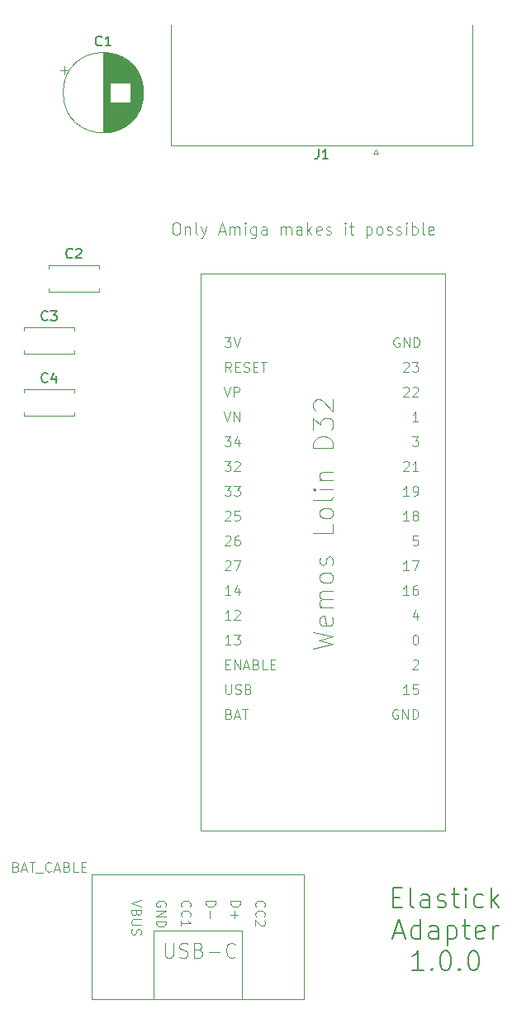
<source format=gbr>
%TF.GenerationSoftware,KiCad,Pcbnew,9.0.5*%
%TF.CreationDate,2025-10-04T12:42:16+02:00*%
%TF.ProjectId,elastick_adapter,656c6173-7469-4636-9b5f-616461707465,rev?*%
%TF.SameCoordinates,Original*%
%TF.FileFunction,Legend,Top*%
%TF.FilePolarity,Positive*%
%FSLAX46Y46*%
G04 Gerber Fmt 4.6, Leading zero omitted, Abs format (unit mm)*
G04 Created by KiCad (PCBNEW 9.0.5) date 2025-10-04 12:42:16*
%MOMM*%
%LPD*%
G01*
G04 APERTURE LIST*
%ADD10C,0.200000*%
%ADD11C,0.100000*%
%ADD12C,0.150000*%
%ADD13C,0.120000*%
G04 APERTURE END LIST*
D10*
X145749047Y-151007443D02*
X146415714Y-151007443D01*
X146701428Y-152055062D02*
X145749047Y-152055062D01*
X145749047Y-152055062D02*
X145749047Y-150055062D01*
X145749047Y-150055062D02*
X146701428Y-150055062D01*
X147844285Y-152055062D02*
X147653809Y-151959824D01*
X147653809Y-151959824D02*
X147558571Y-151769347D01*
X147558571Y-151769347D02*
X147558571Y-150055062D01*
X149463333Y-152055062D02*
X149463333Y-151007443D01*
X149463333Y-151007443D02*
X149368095Y-150816966D01*
X149368095Y-150816966D02*
X149177619Y-150721728D01*
X149177619Y-150721728D02*
X148796666Y-150721728D01*
X148796666Y-150721728D02*
X148606190Y-150816966D01*
X149463333Y-151959824D02*
X149272857Y-152055062D01*
X149272857Y-152055062D02*
X148796666Y-152055062D01*
X148796666Y-152055062D02*
X148606190Y-151959824D01*
X148606190Y-151959824D02*
X148510952Y-151769347D01*
X148510952Y-151769347D02*
X148510952Y-151578871D01*
X148510952Y-151578871D02*
X148606190Y-151388395D01*
X148606190Y-151388395D02*
X148796666Y-151293157D01*
X148796666Y-151293157D02*
X149272857Y-151293157D01*
X149272857Y-151293157D02*
X149463333Y-151197919D01*
X150320476Y-151959824D02*
X150510952Y-152055062D01*
X150510952Y-152055062D02*
X150891904Y-152055062D01*
X150891904Y-152055062D02*
X151082381Y-151959824D01*
X151082381Y-151959824D02*
X151177619Y-151769347D01*
X151177619Y-151769347D02*
X151177619Y-151674109D01*
X151177619Y-151674109D02*
X151082381Y-151483633D01*
X151082381Y-151483633D02*
X150891904Y-151388395D01*
X150891904Y-151388395D02*
X150606190Y-151388395D01*
X150606190Y-151388395D02*
X150415714Y-151293157D01*
X150415714Y-151293157D02*
X150320476Y-151102681D01*
X150320476Y-151102681D02*
X150320476Y-151007443D01*
X150320476Y-151007443D02*
X150415714Y-150816966D01*
X150415714Y-150816966D02*
X150606190Y-150721728D01*
X150606190Y-150721728D02*
X150891904Y-150721728D01*
X150891904Y-150721728D02*
X151082381Y-150816966D01*
X151749048Y-150721728D02*
X152510952Y-150721728D01*
X152034762Y-150055062D02*
X152034762Y-151769347D01*
X152034762Y-151769347D02*
X152130000Y-151959824D01*
X152130000Y-151959824D02*
X152320476Y-152055062D01*
X152320476Y-152055062D02*
X152510952Y-152055062D01*
X153177619Y-152055062D02*
X153177619Y-150721728D01*
X153177619Y-150055062D02*
X153082381Y-150150300D01*
X153082381Y-150150300D02*
X153177619Y-150245538D01*
X153177619Y-150245538D02*
X153272857Y-150150300D01*
X153272857Y-150150300D02*
X153177619Y-150055062D01*
X153177619Y-150055062D02*
X153177619Y-150245538D01*
X154987143Y-151959824D02*
X154796667Y-152055062D01*
X154796667Y-152055062D02*
X154415714Y-152055062D01*
X154415714Y-152055062D02*
X154225238Y-151959824D01*
X154225238Y-151959824D02*
X154130000Y-151864585D01*
X154130000Y-151864585D02*
X154034762Y-151674109D01*
X154034762Y-151674109D02*
X154034762Y-151102681D01*
X154034762Y-151102681D02*
X154130000Y-150912204D01*
X154130000Y-150912204D02*
X154225238Y-150816966D01*
X154225238Y-150816966D02*
X154415714Y-150721728D01*
X154415714Y-150721728D02*
X154796667Y-150721728D01*
X154796667Y-150721728D02*
X154987143Y-150816966D01*
X155844286Y-152055062D02*
X155844286Y-150055062D01*
X156034762Y-151293157D02*
X156606191Y-152055062D01*
X156606191Y-150721728D02*
X155844286Y-151483633D01*
X145891904Y-154703521D02*
X146844285Y-154703521D01*
X145701428Y-155274950D02*
X146368094Y-153274950D01*
X146368094Y-153274950D02*
X147034761Y-155274950D01*
X148558571Y-155274950D02*
X148558571Y-153274950D01*
X148558571Y-155179712D02*
X148368095Y-155274950D01*
X148368095Y-155274950D02*
X147987142Y-155274950D01*
X147987142Y-155274950D02*
X147796666Y-155179712D01*
X147796666Y-155179712D02*
X147701428Y-155084473D01*
X147701428Y-155084473D02*
X147606190Y-154893997D01*
X147606190Y-154893997D02*
X147606190Y-154322569D01*
X147606190Y-154322569D02*
X147701428Y-154132092D01*
X147701428Y-154132092D02*
X147796666Y-154036854D01*
X147796666Y-154036854D02*
X147987142Y-153941616D01*
X147987142Y-153941616D02*
X148368095Y-153941616D01*
X148368095Y-153941616D02*
X148558571Y-154036854D01*
X150368095Y-155274950D02*
X150368095Y-154227331D01*
X150368095Y-154227331D02*
X150272857Y-154036854D01*
X150272857Y-154036854D02*
X150082381Y-153941616D01*
X150082381Y-153941616D02*
X149701428Y-153941616D01*
X149701428Y-153941616D02*
X149510952Y-154036854D01*
X150368095Y-155179712D02*
X150177619Y-155274950D01*
X150177619Y-155274950D02*
X149701428Y-155274950D01*
X149701428Y-155274950D02*
X149510952Y-155179712D01*
X149510952Y-155179712D02*
X149415714Y-154989235D01*
X149415714Y-154989235D02*
X149415714Y-154798759D01*
X149415714Y-154798759D02*
X149510952Y-154608283D01*
X149510952Y-154608283D02*
X149701428Y-154513045D01*
X149701428Y-154513045D02*
X150177619Y-154513045D01*
X150177619Y-154513045D02*
X150368095Y-154417807D01*
X151320476Y-153941616D02*
X151320476Y-155941616D01*
X151320476Y-154036854D02*
X151510952Y-153941616D01*
X151510952Y-153941616D02*
X151891905Y-153941616D01*
X151891905Y-153941616D02*
X152082381Y-154036854D01*
X152082381Y-154036854D02*
X152177619Y-154132092D01*
X152177619Y-154132092D02*
X152272857Y-154322569D01*
X152272857Y-154322569D02*
X152272857Y-154893997D01*
X152272857Y-154893997D02*
X152177619Y-155084473D01*
X152177619Y-155084473D02*
X152082381Y-155179712D01*
X152082381Y-155179712D02*
X151891905Y-155274950D01*
X151891905Y-155274950D02*
X151510952Y-155274950D01*
X151510952Y-155274950D02*
X151320476Y-155179712D01*
X152844286Y-153941616D02*
X153606190Y-153941616D01*
X153130000Y-153274950D02*
X153130000Y-154989235D01*
X153130000Y-154989235D02*
X153225238Y-155179712D01*
X153225238Y-155179712D02*
X153415714Y-155274950D01*
X153415714Y-155274950D02*
X153606190Y-155274950D01*
X155034762Y-155179712D02*
X154844286Y-155274950D01*
X154844286Y-155274950D02*
X154463333Y-155274950D01*
X154463333Y-155274950D02*
X154272857Y-155179712D01*
X154272857Y-155179712D02*
X154177619Y-154989235D01*
X154177619Y-154989235D02*
X154177619Y-154227331D01*
X154177619Y-154227331D02*
X154272857Y-154036854D01*
X154272857Y-154036854D02*
X154463333Y-153941616D01*
X154463333Y-153941616D02*
X154844286Y-153941616D01*
X154844286Y-153941616D02*
X155034762Y-154036854D01*
X155034762Y-154036854D02*
X155130000Y-154227331D01*
X155130000Y-154227331D02*
X155130000Y-154417807D01*
X155130000Y-154417807D02*
X154177619Y-154608283D01*
X155987143Y-155274950D02*
X155987143Y-153941616D01*
X155987143Y-154322569D02*
X156082381Y-154132092D01*
X156082381Y-154132092D02*
X156177619Y-154036854D01*
X156177619Y-154036854D02*
X156368095Y-153941616D01*
X156368095Y-153941616D02*
X156558572Y-153941616D01*
X148844285Y-158494838D02*
X147701428Y-158494838D01*
X148272856Y-158494838D02*
X148272856Y-156494838D01*
X148272856Y-156494838D02*
X148082380Y-156780552D01*
X148082380Y-156780552D02*
X147891904Y-156971028D01*
X147891904Y-156971028D02*
X147701428Y-157066266D01*
X149701428Y-158304361D02*
X149796666Y-158399600D01*
X149796666Y-158399600D02*
X149701428Y-158494838D01*
X149701428Y-158494838D02*
X149606190Y-158399600D01*
X149606190Y-158399600D02*
X149701428Y-158304361D01*
X149701428Y-158304361D02*
X149701428Y-158494838D01*
X151034761Y-156494838D02*
X151225238Y-156494838D01*
X151225238Y-156494838D02*
X151415714Y-156590076D01*
X151415714Y-156590076D02*
X151510952Y-156685314D01*
X151510952Y-156685314D02*
X151606190Y-156875790D01*
X151606190Y-156875790D02*
X151701428Y-157256742D01*
X151701428Y-157256742D02*
X151701428Y-157732933D01*
X151701428Y-157732933D02*
X151606190Y-158113885D01*
X151606190Y-158113885D02*
X151510952Y-158304361D01*
X151510952Y-158304361D02*
X151415714Y-158399600D01*
X151415714Y-158399600D02*
X151225238Y-158494838D01*
X151225238Y-158494838D02*
X151034761Y-158494838D01*
X151034761Y-158494838D02*
X150844285Y-158399600D01*
X150844285Y-158399600D02*
X150749047Y-158304361D01*
X150749047Y-158304361D02*
X150653809Y-158113885D01*
X150653809Y-158113885D02*
X150558571Y-157732933D01*
X150558571Y-157732933D02*
X150558571Y-157256742D01*
X150558571Y-157256742D02*
X150653809Y-156875790D01*
X150653809Y-156875790D02*
X150749047Y-156685314D01*
X150749047Y-156685314D02*
X150844285Y-156590076D01*
X150844285Y-156590076D02*
X151034761Y-156494838D01*
X152558571Y-158304361D02*
X152653809Y-158399600D01*
X152653809Y-158399600D02*
X152558571Y-158494838D01*
X152558571Y-158494838D02*
X152463333Y-158399600D01*
X152463333Y-158399600D02*
X152558571Y-158304361D01*
X152558571Y-158304361D02*
X152558571Y-158494838D01*
X153891904Y-156494838D02*
X154082381Y-156494838D01*
X154082381Y-156494838D02*
X154272857Y-156590076D01*
X154272857Y-156590076D02*
X154368095Y-156685314D01*
X154368095Y-156685314D02*
X154463333Y-156875790D01*
X154463333Y-156875790D02*
X154558571Y-157256742D01*
X154558571Y-157256742D02*
X154558571Y-157732933D01*
X154558571Y-157732933D02*
X154463333Y-158113885D01*
X154463333Y-158113885D02*
X154368095Y-158304361D01*
X154368095Y-158304361D02*
X154272857Y-158399600D01*
X154272857Y-158399600D02*
X154082381Y-158494838D01*
X154082381Y-158494838D02*
X153891904Y-158494838D01*
X153891904Y-158494838D02*
X153701428Y-158399600D01*
X153701428Y-158399600D02*
X153606190Y-158304361D01*
X153606190Y-158304361D02*
X153510952Y-158113885D01*
X153510952Y-158113885D02*
X153415714Y-157732933D01*
X153415714Y-157732933D02*
X153415714Y-157256742D01*
X153415714Y-157256742D02*
X153510952Y-156875790D01*
X153510952Y-156875790D02*
X153606190Y-156685314D01*
X153606190Y-156685314D02*
X153701428Y-156590076D01*
X153701428Y-156590076D02*
X153891904Y-156494838D01*
D11*
X123410714Y-81899942D02*
X123639286Y-81899942D01*
X123639286Y-81899942D02*
X123753571Y-81957085D01*
X123753571Y-81957085D02*
X123867857Y-82071371D01*
X123867857Y-82071371D02*
X123925000Y-82299942D01*
X123925000Y-82299942D02*
X123925000Y-82699942D01*
X123925000Y-82699942D02*
X123867857Y-82928514D01*
X123867857Y-82928514D02*
X123753571Y-83042800D01*
X123753571Y-83042800D02*
X123639286Y-83099942D01*
X123639286Y-83099942D02*
X123410714Y-83099942D01*
X123410714Y-83099942D02*
X123296429Y-83042800D01*
X123296429Y-83042800D02*
X123182143Y-82928514D01*
X123182143Y-82928514D02*
X123125000Y-82699942D01*
X123125000Y-82699942D02*
X123125000Y-82299942D01*
X123125000Y-82299942D02*
X123182143Y-82071371D01*
X123182143Y-82071371D02*
X123296429Y-81957085D01*
X123296429Y-81957085D02*
X123410714Y-81899942D01*
X124439286Y-82299942D02*
X124439286Y-83099942D01*
X124439286Y-82414228D02*
X124496429Y-82357085D01*
X124496429Y-82357085D02*
X124610714Y-82299942D01*
X124610714Y-82299942D02*
X124782143Y-82299942D01*
X124782143Y-82299942D02*
X124896429Y-82357085D01*
X124896429Y-82357085D02*
X124953572Y-82471371D01*
X124953572Y-82471371D02*
X124953572Y-83099942D01*
X125696428Y-83099942D02*
X125582143Y-83042800D01*
X125582143Y-83042800D02*
X125525000Y-82928514D01*
X125525000Y-82928514D02*
X125525000Y-81899942D01*
X126039285Y-82299942D02*
X126324999Y-83099942D01*
X126610714Y-82299942D02*
X126324999Y-83099942D01*
X126324999Y-83099942D02*
X126210714Y-83385657D01*
X126210714Y-83385657D02*
X126153571Y-83442800D01*
X126153571Y-83442800D02*
X126039285Y-83499942D01*
X127925000Y-82757085D02*
X128496429Y-82757085D01*
X127810714Y-83099942D02*
X128210714Y-81899942D01*
X128210714Y-81899942D02*
X128610714Y-83099942D01*
X129010714Y-83099942D02*
X129010714Y-82299942D01*
X129010714Y-82414228D02*
X129067857Y-82357085D01*
X129067857Y-82357085D02*
X129182142Y-82299942D01*
X129182142Y-82299942D02*
X129353571Y-82299942D01*
X129353571Y-82299942D02*
X129467857Y-82357085D01*
X129467857Y-82357085D02*
X129525000Y-82471371D01*
X129525000Y-82471371D02*
X129525000Y-83099942D01*
X129525000Y-82471371D02*
X129582142Y-82357085D01*
X129582142Y-82357085D02*
X129696428Y-82299942D01*
X129696428Y-82299942D02*
X129867857Y-82299942D01*
X129867857Y-82299942D02*
X129982142Y-82357085D01*
X129982142Y-82357085D02*
X130039285Y-82471371D01*
X130039285Y-82471371D02*
X130039285Y-83099942D01*
X130610714Y-83099942D02*
X130610714Y-82299942D01*
X130610714Y-81899942D02*
X130553571Y-81957085D01*
X130553571Y-81957085D02*
X130610714Y-82014228D01*
X130610714Y-82014228D02*
X130667857Y-81957085D01*
X130667857Y-81957085D02*
X130610714Y-81899942D01*
X130610714Y-81899942D02*
X130610714Y-82014228D01*
X131696429Y-82299942D02*
X131696429Y-83271371D01*
X131696429Y-83271371D02*
X131639286Y-83385657D01*
X131639286Y-83385657D02*
X131582143Y-83442800D01*
X131582143Y-83442800D02*
X131467857Y-83499942D01*
X131467857Y-83499942D02*
X131296429Y-83499942D01*
X131296429Y-83499942D02*
X131182143Y-83442800D01*
X131696429Y-83042800D02*
X131582143Y-83099942D01*
X131582143Y-83099942D02*
X131353571Y-83099942D01*
X131353571Y-83099942D02*
X131239286Y-83042800D01*
X131239286Y-83042800D02*
X131182143Y-82985657D01*
X131182143Y-82985657D02*
X131125000Y-82871371D01*
X131125000Y-82871371D02*
X131125000Y-82528514D01*
X131125000Y-82528514D02*
X131182143Y-82414228D01*
X131182143Y-82414228D02*
X131239286Y-82357085D01*
X131239286Y-82357085D02*
X131353571Y-82299942D01*
X131353571Y-82299942D02*
X131582143Y-82299942D01*
X131582143Y-82299942D02*
X131696429Y-82357085D01*
X132782143Y-83099942D02*
X132782143Y-82471371D01*
X132782143Y-82471371D02*
X132725000Y-82357085D01*
X132725000Y-82357085D02*
X132610714Y-82299942D01*
X132610714Y-82299942D02*
X132382143Y-82299942D01*
X132382143Y-82299942D02*
X132267857Y-82357085D01*
X132782143Y-83042800D02*
X132667857Y-83099942D01*
X132667857Y-83099942D02*
X132382143Y-83099942D01*
X132382143Y-83099942D02*
X132267857Y-83042800D01*
X132267857Y-83042800D02*
X132210714Y-82928514D01*
X132210714Y-82928514D02*
X132210714Y-82814228D01*
X132210714Y-82814228D02*
X132267857Y-82699942D01*
X132267857Y-82699942D02*
X132382143Y-82642800D01*
X132382143Y-82642800D02*
X132667857Y-82642800D01*
X132667857Y-82642800D02*
X132782143Y-82585657D01*
X134267857Y-83099942D02*
X134267857Y-82299942D01*
X134267857Y-82414228D02*
X134325000Y-82357085D01*
X134325000Y-82357085D02*
X134439285Y-82299942D01*
X134439285Y-82299942D02*
X134610714Y-82299942D01*
X134610714Y-82299942D02*
X134725000Y-82357085D01*
X134725000Y-82357085D02*
X134782143Y-82471371D01*
X134782143Y-82471371D02*
X134782143Y-83099942D01*
X134782143Y-82471371D02*
X134839285Y-82357085D01*
X134839285Y-82357085D02*
X134953571Y-82299942D01*
X134953571Y-82299942D02*
X135125000Y-82299942D01*
X135125000Y-82299942D02*
X135239285Y-82357085D01*
X135239285Y-82357085D02*
X135296428Y-82471371D01*
X135296428Y-82471371D02*
X135296428Y-83099942D01*
X136382143Y-83099942D02*
X136382143Y-82471371D01*
X136382143Y-82471371D02*
X136325000Y-82357085D01*
X136325000Y-82357085D02*
X136210714Y-82299942D01*
X136210714Y-82299942D02*
X135982143Y-82299942D01*
X135982143Y-82299942D02*
X135867857Y-82357085D01*
X136382143Y-83042800D02*
X136267857Y-83099942D01*
X136267857Y-83099942D02*
X135982143Y-83099942D01*
X135982143Y-83099942D02*
X135867857Y-83042800D01*
X135867857Y-83042800D02*
X135810714Y-82928514D01*
X135810714Y-82928514D02*
X135810714Y-82814228D01*
X135810714Y-82814228D02*
X135867857Y-82699942D01*
X135867857Y-82699942D02*
X135982143Y-82642800D01*
X135982143Y-82642800D02*
X136267857Y-82642800D01*
X136267857Y-82642800D02*
X136382143Y-82585657D01*
X136953571Y-83099942D02*
X136953571Y-81899942D01*
X137067857Y-82642800D02*
X137410714Y-83099942D01*
X137410714Y-82299942D02*
X136953571Y-82757085D01*
X138382143Y-83042800D02*
X138267857Y-83099942D01*
X138267857Y-83099942D02*
X138039286Y-83099942D01*
X138039286Y-83099942D02*
X137925000Y-83042800D01*
X137925000Y-83042800D02*
X137867857Y-82928514D01*
X137867857Y-82928514D02*
X137867857Y-82471371D01*
X137867857Y-82471371D02*
X137925000Y-82357085D01*
X137925000Y-82357085D02*
X138039286Y-82299942D01*
X138039286Y-82299942D02*
X138267857Y-82299942D01*
X138267857Y-82299942D02*
X138382143Y-82357085D01*
X138382143Y-82357085D02*
X138439286Y-82471371D01*
X138439286Y-82471371D02*
X138439286Y-82585657D01*
X138439286Y-82585657D02*
X137867857Y-82699942D01*
X138896428Y-83042800D02*
X139010714Y-83099942D01*
X139010714Y-83099942D02*
X139239285Y-83099942D01*
X139239285Y-83099942D02*
X139353571Y-83042800D01*
X139353571Y-83042800D02*
X139410714Y-82928514D01*
X139410714Y-82928514D02*
X139410714Y-82871371D01*
X139410714Y-82871371D02*
X139353571Y-82757085D01*
X139353571Y-82757085D02*
X139239285Y-82699942D01*
X139239285Y-82699942D02*
X139067857Y-82699942D01*
X139067857Y-82699942D02*
X138953571Y-82642800D01*
X138953571Y-82642800D02*
X138896428Y-82528514D01*
X138896428Y-82528514D02*
X138896428Y-82471371D01*
X138896428Y-82471371D02*
X138953571Y-82357085D01*
X138953571Y-82357085D02*
X139067857Y-82299942D01*
X139067857Y-82299942D02*
X139239285Y-82299942D01*
X139239285Y-82299942D02*
X139353571Y-82357085D01*
X140839286Y-83099942D02*
X140839286Y-82299942D01*
X140839286Y-81899942D02*
X140782143Y-81957085D01*
X140782143Y-81957085D02*
X140839286Y-82014228D01*
X140839286Y-82014228D02*
X140896429Y-81957085D01*
X140896429Y-81957085D02*
X140839286Y-81899942D01*
X140839286Y-81899942D02*
X140839286Y-82014228D01*
X141239286Y-82299942D02*
X141696429Y-82299942D01*
X141410715Y-81899942D02*
X141410715Y-82928514D01*
X141410715Y-82928514D02*
X141467858Y-83042800D01*
X141467858Y-83042800D02*
X141582143Y-83099942D01*
X141582143Y-83099942D02*
X141696429Y-83099942D01*
X143010715Y-82299942D02*
X143010715Y-83499942D01*
X143010715Y-82357085D02*
X143125001Y-82299942D01*
X143125001Y-82299942D02*
X143353572Y-82299942D01*
X143353572Y-82299942D02*
X143467858Y-82357085D01*
X143467858Y-82357085D02*
X143525001Y-82414228D01*
X143525001Y-82414228D02*
X143582143Y-82528514D01*
X143582143Y-82528514D02*
X143582143Y-82871371D01*
X143582143Y-82871371D02*
X143525001Y-82985657D01*
X143525001Y-82985657D02*
X143467858Y-83042800D01*
X143467858Y-83042800D02*
X143353572Y-83099942D01*
X143353572Y-83099942D02*
X143125001Y-83099942D01*
X143125001Y-83099942D02*
X143010715Y-83042800D01*
X144267857Y-83099942D02*
X144153572Y-83042800D01*
X144153572Y-83042800D02*
X144096429Y-82985657D01*
X144096429Y-82985657D02*
X144039286Y-82871371D01*
X144039286Y-82871371D02*
X144039286Y-82528514D01*
X144039286Y-82528514D02*
X144096429Y-82414228D01*
X144096429Y-82414228D02*
X144153572Y-82357085D01*
X144153572Y-82357085D02*
X144267857Y-82299942D01*
X144267857Y-82299942D02*
X144439286Y-82299942D01*
X144439286Y-82299942D02*
X144553572Y-82357085D01*
X144553572Y-82357085D02*
X144610715Y-82414228D01*
X144610715Y-82414228D02*
X144667857Y-82528514D01*
X144667857Y-82528514D02*
X144667857Y-82871371D01*
X144667857Y-82871371D02*
X144610715Y-82985657D01*
X144610715Y-82985657D02*
X144553572Y-83042800D01*
X144553572Y-83042800D02*
X144439286Y-83099942D01*
X144439286Y-83099942D02*
X144267857Y-83099942D01*
X145125000Y-83042800D02*
X145239286Y-83099942D01*
X145239286Y-83099942D02*
X145467857Y-83099942D01*
X145467857Y-83099942D02*
X145582143Y-83042800D01*
X145582143Y-83042800D02*
X145639286Y-82928514D01*
X145639286Y-82928514D02*
X145639286Y-82871371D01*
X145639286Y-82871371D02*
X145582143Y-82757085D01*
X145582143Y-82757085D02*
X145467857Y-82699942D01*
X145467857Y-82699942D02*
X145296429Y-82699942D01*
X145296429Y-82699942D02*
X145182143Y-82642800D01*
X145182143Y-82642800D02*
X145125000Y-82528514D01*
X145125000Y-82528514D02*
X145125000Y-82471371D01*
X145125000Y-82471371D02*
X145182143Y-82357085D01*
X145182143Y-82357085D02*
X145296429Y-82299942D01*
X145296429Y-82299942D02*
X145467857Y-82299942D01*
X145467857Y-82299942D02*
X145582143Y-82357085D01*
X146096429Y-83042800D02*
X146210715Y-83099942D01*
X146210715Y-83099942D02*
X146439286Y-83099942D01*
X146439286Y-83099942D02*
X146553572Y-83042800D01*
X146553572Y-83042800D02*
X146610715Y-82928514D01*
X146610715Y-82928514D02*
X146610715Y-82871371D01*
X146610715Y-82871371D02*
X146553572Y-82757085D01*
X146553572Y-82757085D02*
X146439286Y-82699942D01*
X146439286Y-82699942D02*
X146267858Y-82699942D01*
X146267858Y-82699942D02*
X146153572Y-82642800D01*
X146153572Y-82642800D02*
X146096429Y-82528514D01*
X146096429Y-82528514D02*
X146096429Y-82471371D01*
X146096429Y-82471371D02*
X146153572Y-82357085D01*
X146153572Y-82357085D02*
X146267858Y-82299942D01*
X146267858Y-82299942D02*
X146439286Y-82299942D01*
X146439286Y-82299942D02*
X146553572Y-82357085D01*
X147125001Y-83099942D02*
X147125001Y-82299942D01*
X147125001Y-81899942D02*
X147067858Y-81957085D01*
X147067858Y-81957085D02*
X147125001Y-82014228D01*
X147125001Y-82014228D02*
X147182144Y-81957085D01*
X147182144Y-81957085D02*
X147125001Y-81899942D01*
X147125001Y-81899942D02*
X147125001Y-82014228D01*
X147696430Y-83099942D02*
X147696430Y-81899942D01*
X147696430Y-82357085D02*
X147810716Y-82299942D01*
X147810716Y-82299942D02*
X148039287Y-82299942D01*
X148039287Y-82299942D02*
X148153573Y-82357085D01*
X148153573Y-82357085D02*
X148210716Y-82414228D01*
X148210716Y-82414228D02*
X148267858Y-82528514D01*
X148267858Y-82528514D02*
X148267858Y-82871371D01*
X148267858Y-82871371D02*
X148210716Y-82985657D01*
X148210716Y-82985657D02*
X148153573Y-83042800D01*
X148153573Y-83042800D02*
X148039287Y-83099942D01*
X148039287Y-83099942D02*
X147810716Y-83099942D01*
X147810716Y-83099942D02*
X147696430Y-83042800D01*
X148953572Y-83099942D02*
X148839287Y-83042800D01*
X148839287Y-83042800D02*
X148782144Y-82928514D01*
X148782144Y-82928514D02*
X148782144Y-81899942D01*
X149867858Y-83042800D02*
X149753572Y-83099942D01*
X149753572Y-83099942D02*
X149525001Y-83099942D01*
X149525001Y-83099942D02*
X149410715Y-83042800D01*
X149410715Y-83042800D02*
X149353572Y-82928514D01*
X149353572Y-82928514D02*
X149353572Y-82471371D01*
X149353572Y-82471371D02*
X149410715Y-82357085D01*
X149410715Y-82357085D02*
X149525001Y-82299942D01*
X149525001Y-82299942D02*
X149753572Y-82299942D01*
X149753572Y-82299942D02*
X149867858Y-82357085D01*
X149867858Y-82357085D02*
X149925001Y-82471371D01*
X149925001Y-82471371D02*
X149925001Y-82585657D01*
X149925001Y-82585657D02*
X149353572Y-82699942D01*
X131717819Y-151985312D02*
X131670200Y-151937693D01*
X131670200Y-151937693D02*
X131622580Y-151794836D01*
X131622580Y-151794836D02*
X131622580Y-151699598D01*
X131622580Y-151699598D02*
X131670200Y-151556741D01*
X131670200Y-151556741D02*
X131765438Y-151461503D01*
X131765438Y-151461503D02*
X131860676Y-151413884D01*
X131860676Y-151413884D02*
X132051152Y-151366265D01*
X132051152Y-151366265D02*
X132194009Y-151366265D01*
X132194009Y-151366265D02*
X132384485Y-151413884D01*
X132384485Y-151413884D02*
X132479723Y-151461503D01*
X132479723Y-151461503D02*
X132574961Y-151556741D01*
X132574961Y-151556741D02*
X132622580Y-151699598D01*
X132622580Y-151699598D02*
X132622580Y-151794836D01*
X132622580Y-151794836D02*
X132574961Y-151937693D01*
X132574961Y-151937693D02*
X132527342Y-151985312D01*
X131717819Y-152985312D02*
X131670200Y-152937693D01*
X131670200Y-152937693D02*
X131622580Y-152794836D01*
X131622580Y-152794836D02*
X131622580Y-152699598D01*
X131622580Y-152699598D02*
X131670200Y-152556741D01*
X131670200Y-152556741D02*
X131765438Y-152461503D01*
X131765438Y-152461503D02*
X131860676Y-152413884D01*
X131860676Y-152413884D02*
X132051152Y-152366265D01*
X132051152Y-152366265D02*
X132194009Y-152366265D01*
X132194009Y-152366265D02*
X132384485Y-152413884D01*
X132384485Y-152413884D02*
X132479723Y-152461503D01*
X132479723Y-152461503D02*
X132574961Y-152556741D01*
X132574961Y-152556741D02*
X132622580Y-152699598D01*
X132622580Y-152699598D02*
X132622580Y-152794836D01*
X132622580Y-152794836D02*
X132574961Y-152937693D01*
X132574961Y-152937693D02*
X132527342Y-152985312D01*
X132527342Y-153366265D02*
X132574961Y-153413884D01*
X132574961Y-153413884D02*
X132622580Y-153509122D01*
X132622580Y-153509122D02*
X132622580Y-153747217D01*
X132622580Y-153747217D02*
X132574961Y-153842455D01*
X132574961Y-153842455D02*
X132527342Y-153890074D01*
X132527342Y-153890074D02*
X132432104Y-153937693D01*
X132432104Y-153937693D02*
X132336866Y-153937693D01*
X132336866Y-153937693D02*
X132194009Y-153890074D01*
X132194009Y-153890074D02*
X131622580Y-153318646D01*
X131622580Y-153318646D02*
X131622580Y-153937693D01*
X124097819Y-151985312D02*
X124050200Y-151937693D01*
X124050200Y-151937693D02*
X124002580Y-151794836D01*
X124002580Y-151794836D02*
X124002580Y-151699598D01*
X124002580Y-151699598D02*
X124050200Y-151556741D01*
X124050200Y-151556741D02*
X124145438Y-151461503D01*
X124145438Y-151461503D02*
X124240676Y-151413884D01*
X124240676Y-151413884D02*
X124431152Y-151366265D01*
X124431152Y-151366265D02*
X124574009Y-151366265D01*
X124574009Y-151366265D02*
X124764485Y-151413884D01*
X124764485Y-151413884D02*
X124859723Y-151461503D01*
X124859723Y-151461503D02*
X124954961Y-151556741D01*
X124954961Y-151556741D02*
X125002580Y-151699598D01*
X125002580Y-151699598D02*
X125002580Y-151794836D01*
X125002580Y-151794836D02*
X124954961Y-151937693D01*
X124954961Y-151937693D02*
X124907342Y-151985312D01*
X124097819Y-152985312D02*
X124050200Y-152937693D01*
X124050200Y-152937693D02*
X124002580Y-152794836D01*
X124002580Y-152794836D02*
X124002580Y-152699598D01*
X124002580Y-152699598D02*
X124050200Y-152556741D01*
X124050200Y-152556741D02*
X124145438Y-152461503D01*
X124145438Y-152461503D02*
X124240676Y-152413884D01*
X124240676Y-152413884D02*
X124431152Y-152366265D01*
X124431152Y-152366265D02*
X124574009Y-152366265D01*
X124574009Y-152366265D02*
X124764485Y-152413884D01*
X124764485Y-152413884D02*
X124859723Y-152461503D01*
X124859723Y-152461503D02*
X124954961Y-152556741D01*
X124954961Y-152556741D02*
X125002580Y-152699598D01*
X125002580Y-152699598D02*
X125002580Y-152794836D01*
X125002580Y-152794836D02*
X124954961Y-152937693D01*
X124954961Y-152937693D02*
X124907342Y-152985312D01*
X124002580Y-153937693D02*
X124002580Y-153366265D01*
X124002580Y-153651979D02*
X125002580Y-153651979D01*
X125002580Y-153651979D02*
X124859723Y-153556741D01*
X124859723Y-153556741D02*
X124764485Y-153461503D01*
X124764485Y-153461503D02*
X124716866Y-153366265D01*
X126542580Y-151413884D02*
X127542580Y-151413884D01*
X127542580Y-151413884D02*
X127542580Y-151651979D01*
X127542580Y-151651979D02*
X127494961Y-151794836D01*
X127494961Y-151794836D02*
X127399723Y-151890074D01*
X127399723Y-151890074D02*
X127304485Y-151937693D01*
X127304485Y-151937693D02*
X127114009Y-151985312D01*
X127114009Y-151985312D02*
X126971152Y-151985312D01*
X126971152Y-151985312D02*
X126780676Y-151937693D01*
X126780676Y-151937693D02*
X126685438Y-151890074D01*
X126685438Y-151890074D02*
X126590200Y-151794836D01*
X126590200Y-151794836D02*
X126542580Y-151651979D01*
X126542580Y-151651979D02*
X126542580Y-151413884D01*
X126923533Y-152413884D02*
X126923533Y-153175789D01*
X129082580Y-151413884D02*
X130082580Y-151413884D01*
X130082580Y-151413884D02*
X130082580Y-151651979D01*
X130082580Y-151651979D02*
X130034961Y-151794836D01*
X130034961Y-151794836D02*
X129939723Y-151890074D01*
X129939723Y-151890074D02*
X129844485Y-151937693D01*
X129844485Y-151937693D02*
X129654009Y-151985312D01*
X129654009Y-151985312D02*
X129511152Y-151985312D01*
X129511152Y-151985312D02*
X129320676Y-151937693D01*
X129320676Y-151937693D02*
X129225438Y-151890074D01*
X129225438Y-151890074D02*
X129130200Y-151794836D01*
X129130200Y-151794836D02*
X129082580Y-151651979D01*
X129082580Y-151651979D02*
X129082580Y-151413884D01*
X129463533Y-152413884D02*
X129463533Y-153175789D01*
X129082580Y-152794836D02*
X129844485Y-152794836D01*
X122342931Y-155681228D02*
X122342931Y-156895514D01*
X122342931Y-156895514D02*
X122414360Y-157038371D01*
X122414360Y-157038371D02*
X122485789Y-157109800D01*
X122485789Y-157109800D02*
X122628646Y-157181228D01*
X122628646Y-157181228D02*
X122914360Y-157181228D01*
X122914360Y-157181228D02*
X123057217Y-157109800D01*
X123057217Y-157109800D02*
X123128646Y-157038371D01*
X123128646Y-157038371D02*
X123200074Y-156895514D01*
X123200074Y-156895514D02*
X123200074Y-155681228D01*
X123842932Y-157109800D02*
X124057218Y-157181228D01*
X124057218Y-157181228D02*
X124414360Y-157181228D01*
X124414360Y-157181228D02*
X124557218Y-157109800D01*
X124557218Y-157109800D02*
X124628646Y-157038371D01*
X124628646Y-157038371D02*
X124700075Y-156895514D01*
X124700075Y-156895514D02*
X124700075Y-156752657D01*
X124700075Y-156752657D02*
X124628646Y-156609800D01*
X124628646Y-156609800D02*
X124557218Y-156538371D01*
X124557218Y-156538371D02*
X124414360Y-156466942D01*
X124414360Y-156466942D02*
X124128646Y-156395514D01*
X124128646Y-156395514D02*
X123985789Y-156324085D01*
X123985789Y-156324085D02*
X123914360Y-156252657D01*
X123914360Y-156252657D02*
X123842932Y-156109800D01*
X123842932Y-156109800D02*
X123842932Y-155966942D01*
X123842932Y-155966942D02*
X123914360Y-155824085D01*
X123914360Y-155824085D02*
X123985789Y-155752657D01*
X123985789Y-155752657D02*
X124128646Y-155681228D01*
X124128646Y-155681228D02*
X124485789Y-155681228D01*
X124485789Y-155681228D02*
X124700075Y-155752657D01*
X125842931Y-156395514D02*
X126057217Y-156466942D01*
X126057217Y-156466942D02*
X126128646Y-156538371D01*
X126128646Y-156538371D02*
X126200074Y-156681228D01*
X126200074Y-156681228D02*
X126200074Y-156895514D01*
X126200074Y-156895514D02*
X126128646Y-157038371D01*
X126128646Y-157038371D02*
X126057217Y-157109800D01*
X126057217Y-157109800D02*
X125914360Y-157181228D01*
X125914360Y-157181228D02*
X125342931Y-157181228D01*
X125342931Y-157181228D02*
X125342931Y-155681228D01*
X125342931Y-155681228D02*
X125842931Y-155681228D01*
X125842931Y-155681228D02*
X125985789Y-155752657D01*
X125985789Y-155752657D02*
X126057217Y-155824085D01*
X126057217Y-155824085D02*
X126128646Y-155966942D01*
X126128646Y-155966942D02*
X126128646Y-156109800D01*
X126128646Y-156109800D02*
X126057217Y-156252657D01*
X126057217Y-156252657D02*
X125985789Y-156324085D01*
X125985789Y-156324085D02*
X125842931Y-156395514D01*
X125842931Y-156395514D02*
X125342931Y-156395514D01*
X126842931Y-156609800D02*
X127985789Y-156609800D01*
X129557217Y-157038371D02*
X129485789Y-157109800D01*
X129485789Y-157109800D02*
X129271503Y-157181228D01*
X129271503Y-157181228D02*
X129128646Y-157181228D01*
X129128646Y-157181228D02*
X128914360Y-157109800D01*
X128914360Y-157109800D02*
X128771503Y-156966942D01*
X128771503Y-156966942D02*
X128700074Y-156824085D01*
X128700074Y-156824085D02*
X128628646Y-156538371D01*
X128628646Y-156538371D02*
X128628646Y-156324085D01*
X128628646Y-156324085D02*
X128700074Y-156038371D01*
X128700074Y-156038371D02*
X128771503Y-155895514D01*
X128771503Y-155895514D02*
X128914360Y-155752657D01*
X128914360Y-155752657D02*
X129128646Y-155681228D01*
X129128646Y-155681228D02*
X129271503Y-155681228D01*
X129271503Y-155681228D02*
X129485789Y-155752657D01*
X129485789Y-155752657D02*
X129557217Y-155824085D01*
X122414961Y-151937693D02*
X122462580Y-151842455D01*
X122462580Y-151842455D02*
X122462580Y-151699598D01*
X122462580Y-151699598D02*
X122414961Y-151556741D01*
X122414961Y-151556741D02*
X122319723Y-151461503D01*
X122319723Y-151461503D02*
X122224485Y-151413884D01*
X122224485Y-151413884D02*
X122034009Y-151366265D01*
X122034009Y-151366265D02*
X121891152Y-151366265D01*
X121891152Y-151366265D02*
X121700676Y-151413884D01*
X121700676Y-151413884D02*
X121605438Y-151461503D01*
X121605438Y-151461503D02*
X121510200Y-151556741D01*
X121510200Y-151556741D02*
X121462580Y-151699598D01*
X121462580Y-151699598D02*
X121462580Y-151794836D01*
X121462580Y-151794836D02*
X121510200Y-151937693D01*
X121510200Y-151937693D02*
X121557819Y-151985312D01*
X121557819Y-151985312D02*
X121891152Y-151985312D01*
X121891152Y-151985312D02*
X121891152Y-151794836D01*
X121462580Y-152413884D02*
X122462580Y-152413884D01*
X122462580Y-152413884D02*
X121462580Y-152985312D01*
X121462580Y-152985312D02*
X122462580Y-152985312D01*
X121462580Y-153461503D02*
X122462580Y-153461503D01*
X122462580Y-153461503D02*
X122462580Y-153699598D01*
X122462580Y-153699598D02*
X122414961Y-153842455D01*
X122414961Y-153842455D02*
X122319723Y-153937693D01*
X122319723Y-153937693D02*
X122224485Y-153985312D01*
X122224485Y-153985312D02*
X122034009Y-154032931D01*
X122034009Y-154032931D02*
X121891152Y-154032931D01*
X121891152Y-154032931D02*
X121700676Y-153985312D01*
X121700676Y-153985312D02*
X121605438Y-153937693D01*
X121605438Y-153937693D02*
X121510200Y-153842455D01*
X121510200Y-153842455D02*
X121462580Y-153699598D01*
X121462580Y-153699598D02*
X121462580Y-153461503D01*
X119922580Y-151271027D02*
X118922580Y-151604360D01*
X118922580Y-151604360D02*
X119922580Y-151937693D01*
X119446390Y-152604360D02*
X119398771Y-152747217D01*
X119398771Y-152747217D02*
X119351152Y-152794836D01*
X119351152Y-152794836D02*
X119255914Y-152842455D01*
X119255914Y-152842455D02*
X119113057Y-152842455D01*
X119113057Y-152842455D02*
X119017819Y-152794836D01*
X119017819Y-152794836D02*
X118970200Y-152747217D01*
X118970200Y-152747217D02*
X118922580Y-152651979D01*
X118922580Y-152651979D02*
X118922580Y-152271027D01*
X118922580Y-152271027D02*
X119922580Y-152271027D01*
X119922580Y-152271027D02*
X119922580Y-152604360D01*
X119922580Y-152604360D02*
X119874961Y-152699598D01*
X119874961Y-152699598D02*
X119827342Y-152747217D01*
X119827342Y-152747217D02*
X119732104Y-152794836D01*
X119732104Y-152794836D02*
X119636866Y-152794836D01*
X119636866Y-152794836D02*
X119541628Y-152747217D01*
X119541628Y-152747217D02*
X119494009Y-152699598D01*
X119494009Y-152699598D02*
X119446390Y-152604360D01*
X119446390Y-152604360D02*
X119446390Y-152271027D01*
X119922580Y-153271027D02*
X119113057Y-153271027D01*
X119113057Y-153271027D02*
X119017819Y-153318646D01*
X119017819Y-153318646D02*
X118970200Y-153366265D01*
X118970200Y-153366265D02*
X118922580Y-153461503D01*
X118922580Y-153461503D02*
X118922580Y-153651979D01*
X118922580Y-153651979D02*
X118970200Y-153747217D01*
X118970200Y-153747217D02*
X119017819Y-153794836D01*
X119017819Y-153794836D02*
X119113057Y-153842455D01*
X119113057Y-153842455D02*
X119922580Y-153842455D01*
X118970200Y-154271027D02*
X118922580Y-154413884D01*
X118922580Y-154413884D02*
X118922580Y-154651979D01*
X118922580Y-154651979D02*
X118970200Y-154747217D01*
X118970200Y-154747217D02*
X119017819Y-154794836D01*
X119017819Y-154794836D02*
X119113057Y-154842455D01*
X119113057Y-154842455D02*
X119208295Y-154842455D01*
X119208295Y-154842455D02*
X119303533Y-154794836D01*
X119303533Y-154794836D02*
X119351152Y-154747217D01*
X119351152Y-154747217D02*
X119398771Y-154651979D01*
X119398771Y-154651979D02*
X119446390Y-154461503D01*
X119446390Y-154461503D02*
X119494009Y-154366265D01*
X119494009Y-154366265D02*
X119541628Y-154318646D01*
X119541628Y-154318646D02*
X119636866Y-154271027D01*
X119636866Y-154271027D02*
X119732104Y-154271027D01*
X119732104Y-154271027D02*
X119827342Y-154318646D01*
X119827342Y-154318646D02*
X119874961Y-154366265D01*
X119874961Y-154366265D02*
X119922580Y-154461503D01*
X119922580Y-154461503D02*
X119922580Y-154699598D01*
X119922580Y-154699598D02*
X119874961Y-154842455D01*
D12*
X110323333Y-98189580D02*
X110275714Y-98237200D01*
X110275714Y-98237200D02*
X110132857Y-98284819D01*
X110132857Y-98284819D02*
X110037619Y-98284819D01*
X110037619Y-98284819D02*
X109894762Y-98237200D01*
X109894762Y-98237200D02*
X109799524Y-98141961D01*
X109799524Y-98141961D02*
X109751905Y-98046723D01*
X109751905Y-98046723D02*
X109704286Y-97856247D01*
X109704286Y-97856247D02*
X109704286Y-97713390D01*
X109704286Y-97713390D02*
X109751905Y-97522914D01*
X109751905Y-97522914D02*
X109799524Y-97427676D01*
X109799524Y-97427676D02*
X109894762Y-97332438D01*
X109894762Y-97332438D02*
X110037619Y-97284819D01*
X110037619Y-97284819D02*
X110132857Y-97284819D01*
X110132857Y-97284819D02*
X110275714Y-97332438D01*
X110275714Y-97332438D02*
X110323333Y-97380057D01*
X111180476Y-97618152D02*
X111180476Y-98284819D01*
X110942381Y-97237200D02*
X110704286Y-97951485D01*
X110704286Y-97951485D02*
X111323333Y-97951485D01*
X110323333Y-91839580D02*
X110275714Y-91887200D01*
X110275714Y-91887200D02*
X110132857Y-91934819D01*
X110132857Y-91934819D02*
X110037619Y-91934819D01*
X110037619Y-91934819D02*
X109894762Y-91887200D01*
X109894762Y-91887200D02*
X109799524Y-91791961D01*
X109799524Y-91791961D02*
X109751905Y-91696723D01*
X109751905Y-91696723D02*
X109704286Y-91506247D01*
X109704286Y-91506247D02*
X109704286Y-91363390D01*
X109704286Y-91363390D02*
X109751905Y-91172914D01*
X109751905Y-91172914D02*
X109799524Y-91077676D01*
X109799524Y-91077676D02*
X109894762Y-90982438D01*
X109894762Y-90982438D02*
X110037619Y-90934819D01*
X110037619Y-90934819D02*
X110132857Y-90934819D01*
X110132857Y-90934819D02*
X110275714Y-90982438D01*
X110275714Y-90982438D02*
X110323333Y-91030057D01*
X110656667Y-90934819D02*
X111275714Y-90934819D01*
X111275714Y-90934819D02*
X110942381Y-91315771D01*
X110942381Y-91315771D02*
X111085238Y-91315771D01*
X111085238Y-91315771D02*
X111180476Y-91363390D01*
X111180476Y-91363390D02*
X111228095Y-91411009D01*
X111228095Y-91411009D02*
X111275714Y-91506247D01*
X111275714Y-91506247D02*
X111275714Y-91744342D01*
X111275714Y-91744342D02*
X111228095Y-91839580D01*
X111228095Y-91839580D02*
X111180476Y-91887200D01*
X111180476Y-91887200D02*
X111085238Y-91934819D01*
X111085238Y-91934819D02*
X110799524Y-91934819D01*
X110799524Y-91934819D02*
X110704286Y-91887200D01*
X110704286Y-91887200D02*
X110656667Y-91839580D01*
D11*
X107085237Y-147888609D02*
X107228094Y-147936228D01*
X107228094Y-147936228D02*
X107275713Y-147983847D01*
X107275713Y-147983847D02*
X107323332Y-148079085D01*
X107323332Y-148079085D02*
X107323332Y-148221942D01*
X107323332Y-148221942D02*
X107275713Y-148317180D01*
X107275713Y-148317180D02*
X107228094Y-148364800D01*
X107228094Y-148364800D02*
X107132856Y-148412419D01*
X107132856Y-148412419D02*
X106751904Y-148412419D01*
X106751904Y-148412419D02*
X106751904Y-147412419D01*
X106751904Y-147412419D02*
X107085237Y-147412419D01*
X107085237Y-147412419D02*
X107180475Y-147460038D01*
X107180475Y-147460038D02*
X107228094Y-147507657D01*
X107228094Y-147507657D02*
X107275713Y-147602895D01*
X107275713Y-147602895D02*
X107275713Y-147698133D01*
X107275713Y-147698133D02*
X107228094Y-147793371D01*
X107228094Y-147793371D02*
X107180475Y-147840990D01*
X107180475Y-147840990D02*
X107085237Y-147888609D01*
X107085237Y-147888609D02*
X106751904Y-147888609D01*
X107704285Y-148126704D02*
X108180475Y-148126704D01*
X107609047Y-148412419D02*
X107942380Y-147412419D01*
X107942380Y-147412419D02*
X108275713Y-148412419D01*
X108466190Y-147412419D02*
X109037618Y-147412419D01*
X108751904Y-148412419D02*
X108751904Y-147412419D01*
X109132857Y-148507657D02*
X109894761Y-148507657D01*
X110704285Y-148317180D02*
X110656666Y-148364800D01*
X110656666Y-148364800D02*
X110513809Y-148412419D01*
X110513809Y-148412419D02*
X110418571Y-148412419D01*
X110418571Y-148412419D02*
X110275714Y-148364800D01*
X110275714Y-148364800D02*
X110180476Y-148269561D01*
X110180476Y-148269561D02*
X110132857Y-148174323D01*
X110132857Y-148174323D02*
X110085238Y-147983847D01*
X110085238Y-147983847D02*
X110085238Y-147840990D01*
X110085238Y-147840990D02*
X110132857Y-147650514D01*
X110132857Y-147650514D02*
X110180476Y-147555276D01*
X110180476Y-147555276D02*
X110275714Y-147460038D01*
X110275714Y-147460038D02*
X110418571Y-147412419D01*
X110418571Y-147412419D02*
X110513809Y-147412419D01*
X110513809Y-147412419D02*
X110656666Y-147460038D01*
X110656666Y-147460038D02*
X110704285Y-147507657D01*
X111085238Y-148126704D02*
X111561428Y-148126704D01*
X110990000Y-148412419D02*
X111323333Y-147412419D01*
X111323333Y-147412419D02*
X111656666Y-148412419D01*
X112323333Y-147888609D02*
X112466190Y-147936228D01*
X112466190Y-147936228D02*
X112513809Y-147983847D01*
X112513809Y-147983847D02*
X112561428Y-148079085D01*
X112561428Y-148079085D02*
X112561428Y-148221942D01*
X112561428Y-148221942D02*
X112513809Y-148317180D01*
X112513809Y-148317180D02*
X112466190Y-148364800D01*
X112466190Y-148364800D02*
X112370952Y-148412419D01*
X112370952Y-148412419D02*
X111990000Y-148412419D01*
X111990000Y-148412419D02*
X111990000Y-147412419D01*
X111990000Y-147412419D02*
X112323333Y-147412419D01*
X112323333Y-147412419D02*
X112418571Y-147460038D01*
X112418571Y-147460038D02*
X112466190Y-147507657D01*
X112466190Y-147507657D02*
X112513809Y-147602895D01*
X112513809Y-147602895D02*
X112513809Y-147698133D01*
X112513809Y-147698133D02*
X112466190Y-147793371D01*
X112466190Y-147793371D02*
X112418571Y-147840990D01*
X112418571Y-147840990D02*
X112323333Y-147888609D01*
X112323333Y-147888609D02*
X111990000Y-147888609D01*
X113466190Y-148412419D02*
X112990000Y-148412419D01*
X112990000Y-148412419D02*
X112990000Y-147412419D01*
X113799524Y-147888609D02*
X114132857Y-147888609D01*
X114275714Y-148412419D02*
X113799524Y-148412419D01*
X113799524Y-148412419D02*
X113799524Y-147412419D01*
X113799524Y-147412419D02*
X114275714Y-147412419D01*
D12*
X138096666Y-74350150D02*
X138096666Y-75064435D01*
X138096666Y-75064435D02*
X138049047Y-75207292D01*
X138049047Y-75207292D02*
X137953809Y-75302531D01*
X137953809Y-75302531D02*
X137810952Y-75350150D01*
X137810952Y-75350150D02*
X137715714Y-75350150D01*
X139096666Y-75350150D02*
X138525238Y-75350150D01*
X138810952Y-75350150D02*
X138810952Y-74350150D01*
X138810952Y-74350150D02*
X138715714Y-74493007D01*
X138715714Y-74493007D02*
X138620476Y-74588245D01*
X138620476Y-74588245D02*
X138525238Y-74635864D01*
D11*
X129097693Y-122583081D02*
X128526265Y-122583081D01*
X128811979Y-122583081D02*
X128811979Y-121583081D01*
X128811979Y-121583081D02*
X128716741Y-121725938D01*
X128716741Y-121725938D02*
X128621503Y-121821176D01*
X128621503Y-121821176D02*
X128526265Y-121868795D01*
X129478646Y-121678319D02*
X129526265Y-121630700D01*
X129526265Y-121630700D02*
X129621503Y-121583081D01*
X129621503Y-121583081D02*
X129859598Y-121583081D01*
X129859598Y-121583081D02*
X129954836Y-121630700D01*
X129954836Y-121630700D02*
X130002455Y-121678319D01*
X130002455Y-121678319D02*
X130050074Y-121773557D01*
X130050074Y-121773557D02*
X130050074Y-121868795D01*
X130050074Y-121868795D02*
X130002455Y-122011652D01*
X130002455Y-122011652D02*
X129431027Y-122583081D01*
X129431027Y-122583081D02*
X130050074Y-122583081D01*
X129145312Y-97183081D02*
X128811979Y-96706890D01*
X128573884Y-97183081D02*
X128573884Y-96183081D01*
X128573884Y-96183081D02*
X128954836Y-96183081D01*
X128954836Y-96183081D02*
X129050074Y-96230700D01*
X129050074Y-96230700D02*
X129097693Y-96278319D01*
X129097693Y-96278319D02*
X129145312Y-96373557D01*
X129145312Y-96373557D02*
X129145312Y-96516414D01*
X129145312Y-96516414D02*
X129097693Y-96611652D01*
X129097693Y-96611652D02*
X129050074Y-96659271D01*
X129050074Y-96659271D02*
X128954836Y-96706890D01*
X128954836Y-96706890D02*
X128573884Y-96706890D01*
X129573884Y-96659271D02*
X129907217Y-96659271D01*
X130050074Y-97183081D02*
X129573884Y-97183081D01*
X129573884Y-97183081D02*
X129573884Y-96183081D01*
X129573884Y-96183081D02*
X130050074Y-96183081D01*
X130431027Y-97135462D02*
X130573884Y-97183081D01*
X130573884Y-97183081D02*
X130811979Y-97183081D01*
X130811979Y-97183081D02*
X130907217Y-97135462D01*
X130907217Y-97135462D02*
X130954836Y-97087842D01*
X130954836Y-97087842D02*
X131002455Y-96992604D01*
X131002455Y-96992604D02*
X131002455Y-96897366D01*
X131002455Y-96897366D02*
X130954836Y-96802128D01*
X130954836Y-96802128D02*
X130907217Y-96754509D01*
X130907217Y-96754509D02*
X130811979Y-96706890D01*
X130811979Y-96706890D02*
X130621503Y-96659271D01*
X130621503Y-96659271D02*
X130526265Y-96611652D01*
X130526265Y-96611652D02*
X130478646Y-96564033D01*
X130478646Y-96564033D02*
X130431027Y-96468795D01*
X130431027Y-96468795D02*
X130431027Y-96373557D01*
X130431027Y-96373557D02*
X130478646Y-96278319D01*
X130478646Y-96278319D02*
X130526265Y-96230700D01*
X130526265Y-96230700D02*
X130621503Y-96183081D01*
X130621503Y-96183081D02*
X130859598Y-96183081D01*
X130859598Y-96183081D02*
X131002455Y-96230700D01*
X131431027Y-96659271D02*
X131764360Y-96659271D01*
X131907217Y-97183081D02*
X131431027Y-97183081D01*
X131431027Y-97183081D02*
X131431027Y-96183081D01*
X131431027Y-96183081D02*
X131907217Y-96183081D01*
X132192932Y-96183081D02*
X132764360Y-96183081D01*
X132478646Y-97183081D02*
X132478646Y-96183081D01*
X129097693Y-120043081D02*
X128526265Y-120043081D01*
X128811979Y-120043081D02*
X128811979Y-119043081D01*
X128811979Y-119043081D02*
X128716741Y-119185938D01*
X128716741Y-119185938D02*
X128621503Y-119281176D01*
X128621503Y-119281176D02*
X128526265Y-119328795D01*
X129954836Y-119376414D02*
X129954836Y-120043081D01*
X129716741Y-118995462D02*
X129478646Y-119709747D01*
X129478646Y-119709747D02*
X130097693Y-119709747D01*
X128573884Y-127139271D02*
X128907217Y-127139271D01*
X129050074Y-127663081D02*
X128573884Y-127663081D01*
X128573884Y-127663081D02*
X128573884Y-126663081D01*
X128573884Y-126663081D02*
X129050074Y-126663081D01*
X129478646Y-127663081D02*
X129478646Y-126663081D01*
X129478646Y-126663081D02*
X130050074Y-127663081D01*
X130050074Y-127663081D02*
X130050074Y-126663081D01*
X130478646Y-127377366D02*
X130954836Y-127377366D01*
X130383408Y-127663081D02*
X130716741Y-126663081D01*
X130716741Y-126663081D02*
X131050074Y-127663081D01*
X131716741Y-127139271D02*
X131859598Y-127186890D01*
X131859598Y-127186890D02*
X131907217Y-127234509D01*
X131907217Y-127234509D02*
X131954836Y-127329747D01*
X131954836Y-127329747D02*
X131954836Y-127472604D01*
X131954836Y-127472604D02*
X131907217Y-127567842D01*
X131907217Y-127567842D02*
X131859598Y-127615462D01*
X131859598Y-127615462D02*
X131764360Y-127663081D01*
X131764360Y-127663081D02*
X131383408Y-127663081D01*
X131383408Y-127663081D02*
X131383408Y-126663081D01*
X131383408Y-126663081D02*
X131716741Y-126663081D01*
X131716741Y-126663081D02*
X131811979Y-126710700D01*
X131811979Y-126710700D02*
X131859598Y-126758319D01*
X131859598Y-126758319D02*
X131907217Y-126853557D01*
X131907217Y-126853557D02*
X131907217Y-126948795D01*
X131907217Y-126948795D02*
X131859598Y-127044033D01*
X131859598Y-127044033D02*
X131811979Y-127091652D01*
X131811979Y-127091652D02*
X131716741Y-127139271D01*
X131716741Y-127139271D02*
X131383408Y-127139271D01*
X132859598Y-127663081D02*
X132383408Y-127663081D01*
X132383408Y-127663081D02*
X132383408Y-126663081D01*
X133192932Y-127139271D02*
X133526265Y-127139271D01*
X133669122Y-127663081D02*
X133192932Y-127663081D01*
X133192932Y-127663081D02*
X133192932Y-126663081D01*
X133192932Y-126663081D02*
X133669122Y-126663081D01*
X147714687Y-103803081D02*
X148333734Y-103803081D01*
X148333734Y-103803081D02*
X148000401Y-104184033D01*
X148000401Y-104184033D02*
X148143258Y-104184033D01*
X148143258Y-104184033D02*
X148238496Y-104231652D01*
X148238496Y-104231652D02*
X148286115Y-104279271D01*
X148286115Y-104279271D02*
X148333734Y-104374509D01*
X148333734Y-104374509D02*
X148333734Y-104612604D01*
X148333734Y-104612604D02*
X148286115Y-104707842D01*
X148286115Y-104707842D02*
X148238496Y-104755462D01*
X148238496Y-104755462D02*
X148143258Y-104803081D01*
X148143258Y-104803081D02*
X147857544Y-104803081D01*
X147857544Y-104803081D02*
X147762306Y-104755462D01*
X147762306Y-104755462D02*
X147714687Y-104707842D01*
X146809925Y-106438319D02*
X146857544Y-106390700D01*
X146857544Y-106390700D02*
X146952782Y-106343081D01*
X146952782Y-106343081D02*
X147190877Y-106343081D01*
X147190877Y-106343081D02*
X147286115Y-106390700D01*
X147286115Y-106390700D02*
X147333734Y-106438319D01*
X147333734Y-106438319D02*
X147381353Y-106533557D01*
X147381353Y-106533557D02*
X147381353Y-106628795D01*
X147381353Y-106628795D02*
X147333734Y-106771652D01*
X147333734Y-106771652D02*
X146762306Y-107343081D01*
X146762306Y-107343081D02*
X147381353Y-107343081D01*
X148333734Y-107343081D02*
X147762306Y-107343081D01*
X148048020Y-107343081D02*
X148048020Y-106343081D01*
X148048020Y-106343081D02*
X147952782Y-106485938D01*
X147952782Y-106485938D02*
X147857544Y-106581176D01*
X147857544Y-106581176D02*
X147762306Y-106628795D01*
X148286115Y-113963081D02*
X147809925Y-113963081D01*
X147809925Y-113963081D02*
X147762306Y-114439271D01*
X147762306Y-114439271D02*
X147809925Y-114391652D01*
X147809925Y-114391652D02*
X147905163Y-114344033D01*
X147905163Y-114344033D02*
X148143258Y-114344033D01*
X148143258Y-114344033D02*
X148238496Y-114391652D01*
X148238496Y-114391652D02*
X148286115Y-114439271D01*
X148286115Y-114439271D02*
X148333734Y-114534509D01*
X148333734Y-114534509D02*
X148333734Y-114772604D01*
X148333734Y-114772604D02*
X148286115Y-114867842D01*
X148286115Y-114867842D02*
X148238496Y-114915462D01*
X148238496Y-114915462D02*
X148143258Y-114963081D01*
X148143258Y-114963081D02*
X147905163Y-114963081D01*
X147905163Y-114963081D02*
X147809925Y-114915462D01*
X147809925Y-114915462D02*
X147762306Y-114867842D01*
X147381353Y-117503081D02*
X146809925Y-117503081D01*
X147095639Y-117503081D02*
X147095639Y-116503081D01*
X147095639Y-116503081D02*
X147000401Y-116645938D01*
X147000401Y-116645938D02*
X146905163Y-116741176D01*
X146905163Y-116741176D02*
X146809925Y-116788795D01*
X147714687Y-116503081D02*
X148381353Y-116503081D01*
X148381353Y-116503081D02*
X147952782Y-117503081D01*
X128478646Y-106343081D02*
X129097693Y-106343081D01*
X129097693Y-106343081D02*
X128764360Y-106724033D01*
X128764360Y-106724033D02*
X128907217Y-106724033D01*
X128907217Y-106724033D02*
X129002455Y-106771652D01*
X129002455Y-106771652D02*
X129050074Y-106819271D01*
X129050074Y-106819271D02*
X129097693Y-106914509D01*
X129097693Y-106914509D02*
X129097693Y-107152604D01*
X129097693Y-107152604D02*
X129050074Y-107247842D01*
X129050074Y-107247842D02*
X129002455Y-107295462D01*
X129002455Y-107295462D02*
X128907217Y-107343081D01*
X128907217Y-107343081D02*
X128621503Y-107343081D01*
X128621503Y-107343081D02*
X128526265Y-107295462D01*
X128526265Y-107295462D02*
X128478646Y-107247842D01*
X129478646Y-106438319D02*
X129526265Y-106390700D01*
X129526265Y-106390700D02*
X129621503Y-106343081D01*
X129621503Y-106343081D02*
X129859598Y-106343081D01*
X129859598Y-106343081D02*
X129954836Y-106390700D01*
X129954836Y-106390700D02*
X130002455Y-106438319D01*
X130002455Y-106438319D02*
X130050074Y-106533557D01*
X130050074Y-106533557D02*
X130050074Y-106628795D01*
X130050074Y-106628795D02*
X130002455Y-106771652D01*
X130002455Y-106771652D02*
X129431027Y-107343081D01*
X129431027Y-107343081D02*
X130050074Y-107343081D01*
X147381353Y-109883081D02*
X146809925Y-109883081D01*
X147095639Y-109883081D02*
X147095639Y-108883081D01*
X147095639Y-108883081D02*
X147000401Y-109025938D01*
X147000401Y-109025938D02*
X146905163Y-109121176D01*
X146905163Y-109121176D02*
X146809925Y-109168795D01*
X147857544Y-109883081D02*
X148048020Y-109883081D01*
X148048020Y-109883081D02*
X148143258Y-109835462D01*
X148143258Y-109835462D02*
X148190877Y-109787842D01*
X148190877Y-109787842D02*
X148286115Y-109644985D01*
X148286115Y-109644985D02*
X148333734Y-109454509D01*
X148333734Y-109454509D02*
X148333734Y-109073557D01*
X148333734Y-109073557D02*
X148286115Y-108978319D01*
X148286115Y-108978319D02*
X148238496Y-108930700D01*
X148238496Y-108930700D02*
X148143258Y-108883081D01*
X148143258Y-108883081D02*
X147952782Y-108883081D01*
X147952782Y-108883081D02*
X147857544Y-108930700D01*
X147857544Y-108930700D02*
X147809925Y-108978319D01*
X147809925Y-108978319D02*
X147762306Y-109073557D01*
X147762306Y-109073557D02*
X147762306Y-109311652D01*
X147762306Y-109311652D02*
X147809925Y-109406890D01*
X147809925Y-109406890D02*
X147857544Y-109454509D01*
X147857544Y-109454509D02*
X147952782Y-109502128D01*
X147952782Y-109502128D02*
X148143258Y-109502128D01*
X148143258Y-109502128D02*
X148238496Y-109454509D01*
X148238496Y-109454509D02*
X148286115Y-109406890D01*
X148286115Y-109406890D02*
X148333734Y-109311652D01*
X146809925Y-98818319D02*
X146857544Y-98770700D01*
X146857544Y-98770700D02*
X146952782Y-98723081D01*
X146952782Y-98723081D02*
X147190877Y-98723081D01*
X147190877Y-98723081D02*
X147286115Y-98770700D01*
X147286115Y-98770700D02*
X147333734Y-98818319D01*
X147333734Y-98818319D02*
X147381353Y-98913557D01*
X147381353Y-98913557D02*
X147381353Y-99008795D01*
X147381353Y-99008795D02*
X147333734Y-99151652D01*
X147333734Y-99151652D02*
X146762306Y-99723081D01*
X146762306Y-99723081D02*
X147381353Y-99723081D01*
X147762306Y-98818319D02*
X147809925Y-98770700D01*
X147809925Y-98770700D02*
X147905163Y-98723081D01*
X147905163Y-98723081D02*
X148143258Y-98723081D01*
X148143258Y-98723081D02*
X148238496Y-98770700D01*
X148238496Y-98770700D02*
X148286115Y-98818319D01*
X148286115Y-98818319D02*
X148333734Y-98913557D01*
X148333734Y-98913557D02*
X148333734Y-99008795D01*
X148333734Y-99008795D02*
X148286115Y-99151652D01*
X148286115Y-99151652D02*
X147714687Y-99723081D01*
X147714687Y-99723081D02*
X148333734Y-99723081D01*
X128478646Y-93643081D02*
X129097693Y-93643081D01*
X129097693Y-93643081D02*
X128764360Y-94024033D01*
X128764360Y-94024033D02*
X128907217Y-94024033D01*
X128907217Y-94024033D02*
X129002455Y-94071652D01*
X129002455Y-94071652D02*
X129050074Y-94119271D01*
X129050074Y-94119271D02*
X129097693Y-94214509D01*
X129097693Y-94214509D02*
X129097693Y-94452604D01*
X129097693Y-94452604D02*
X129050074Y-94547842D01*
X129050074Y-94547842D02*
X129002455Y-94595462D01*
X129002455Y-94595462D02*
X128907217Y-94643081D01*
X128907217Y-94643081D02*
X128621503Y-94643081D01*
X128621503Y-94643081D02*
X128526265Y-94595462D01*
X128526265Y-94595462D02*
X128478646Y-94547842D01*
X129383408Y-93643081D02*
X129716741Y-94643081D01*
X129716741Y-94643081D02*
X130050074Y-93643081D01*
X128526265Y-111518319D02*
X128573884Y-111470700D01*
X128573884Y-111470700D02*
X128669122Y-111423081D01*
X128669122Y-111423081D02*
X128907217Y-111423081D01*
X128907217Y-111423081D02*
X129002455Y-111470700D01*
X129002455Y-111470700D02*
X129050074Y-111518319D01*
X129050074Y-111518319D02*
X129097693Y-111613557D01*
X129097693Y-111613557D02*
X129097693Y-111708795D01*
X129097693Y-111708795D02*
X129050074Y-111851652D01*
X129050074Y-111851652D02*
X128478646Y-112423081D01*
X128478646Y-112423081D02*
X129097693Y-112423081D01*
X130002455Y-111423081D02*
X129526265Y-111423081D01*
X129526265Y-111423081D02*
X129478646Y-111899271D01*
X129478646Y-111899271D02*
X129526265Y-111851652D01*
X129526265Y-111851652D02*
X129621503Y-111804033D01*
X129621503Y-111804033D02*
X129859598Y-111804033D01*
X129859598Y-111804033D02*
X129954836Y-111851652D01*
X129954836Y-111851652D02*
X130002455Y-111899271D01*
X130002455Y-111899271D02*
X130050074Y-111994509D01*
X130050074Y-111994509D02*
X130050074Y-112232604D01*
X130050074Y-112232604D02*
X130002455Y-112327842D01*
X130002455Y-112327842D02*
X129954836Y-112375462D01*
X129954836Y-112375462D02*
X129859598Y-112423081D01*
X129859598Y-112423081D02*
X129621503Y-112423081D01*
X129621503Y-112423081D02*
X129526265Y-112375462D01*
X129526265Y-112375462D02*
X129478646Y-112327842D01*
X147381353Y-112423081D02*
X146809925Y-112423081D01*
X147095639Y-112423081D02*
X147095639Y-111423081D01*
X147095639Y-111423081D02*
X147000401Y-111565938D01*
X147000401Y-111565938D02*
X146905163Y-111661176D01*
X146905163Y-111661176D02*
X146809925Y-111708795D01*
X147952782Y-111851652D02*
X147857544Y-111804033D01*
X147857544Y-111804033D02*
X147809925Y-111756414D01*
X147809925Y-111756414D02*
X147762306Y-111661176D01*
X147762306Y-111661176D02*
X147762306Y-111613557D01*
X147762306Y-111613557D02*
X147809925Y-111518319D01*
X147809925Y-111518319D02*
X147857544Y-111470700D01*
X147857544Y-111470700D02*
X147952782Y-111423081D01*
X147952782Y-111423081D02*
X148143258Y-111423081D01*
X148143258Y-111423081D02*
X148238496Y-111470700D01*
X148238496Y-111470700D02*
X148286115Y-111518319D01*
X148286115Y-111518319D02*
X148333734Y-111613557D01*
X148333734Y-111613557D02*
X148333734Y-111661176D01*
X148333734Y-111661176D02*
X148286115Y-111756414D01*
X148286115Y-111756414D02*
X148238496Y-111804033D01*
X148238496Y-111804033D02*
X148143258Y-111851652D01*
X148143258Y-111851652D02*
X147952782Y-111851652D01*
X147952782Y-111851652D02*
X147857544Y-111899271D01*
X147857544Y-111899271D02*
X147809925Y-111946890D01*
X147809925Y-111946890D02*
X147762306Y-112042128D01*
X147762306Y-112042128D02*
X147762306Y-112232604D01*
X147762306Y-112232604D02*
X147809925Y-112327842D01*
X147809925Y-112327842D02*
X147857544Y-112375462D01*
X147857544Y-112375462D02*
X147952782Y-112423081D01*
X147952782Y-112423081D02*
X148143258Y-112423081D01*
X148143258Y-112423081D02*
X148238496Y-112375462D01*
X148238496Y-112375462D02*
X148286115Y-112327842D01*
X148286115Y-112327842D02*
X148333734Y-112232604D01*
X148333734Y-112232604D02*
X148333734Y-112042128D01*
X148333734Y-112042128D02*
X148286115Y-111946890D01*
X148286115Y-111946890D02*
X148238496Y-111899271D01*
X148238496Y-111899271D02*
X148143258Y-111851652D01*
X128526265Y-116598319D02*
X128573884Y-116550700D01*
X128573884Y-116550700D02*
X128669122Y-116503081D01*
X128669122Y-116503081D02*
X128907217Y-116503081D01*
X128907217Y-116503081D02*
X129002455Y-116550700D01*
X129002455Y-116550700D02*
X129050074Y-116598319D01*
X129050074Y-116598319D02*
X129097693Y-116693557D01*
X129097693Y-116693557D02*
X129097693Y-116788795D01*
X129097693Y-116788795D02*
X129050074Y-116931652D01*
X129050074Y-116931652D02*
X128478646Y-117503081D01*
X128478646Y-117503081D02*
X129097693Y-117503081D01*
X129431027Y-116503081D02*
X130097693Y-116503081D01*
X130097693Y-116503081D02*
X129669122Y-117503081D01*
X146809925Y-96278319D02*
X146857544Y-96230700D01*
X146857544Y-96230700D02*
X146952782Y-96183081D01*
X146952782Y-96183081D02*
X147190877Y-96183081D01*
X147190877Y-96183081D02*
X147286115Y-96230700D01*
X147286115Y-96230700D02*
X147333734Y-96278319D01*
X147333734Y-96278319D02*
X147381353Y-96373557D01*
X147381353Y-96373557D02*
X147381353Y-96468795D01*
X147381353Y-96468795D02*
X147333734Y-96611652D01*
X147333734Y-96611652D02*
X146762306Y-97183081D01*
X146762306Y-97183081D02*
X147381353Y-97183081D01*
X147714687Y-96183081D02*
X148333734Y-96183081D01*
X148333734Y-96183081D02*
X148000401Y-96564033D01*
X148000401Y-96564033D02*
X148143258Y-96564033D01*
X148143258Y-96564033D02*
X148238496Y-96611652D01*
X148238496Y-96611652D02*
X148286115Y-96659271D01*
X148286115Y-96659271D02*
X148333734Y-96754509D01*
X148333734Y-96754509D02*
X148333734Y-96992604D01*
X148333734Y-96992604D02*
X148286115Y-97087842D01*
X148286115Y-97087842D02*
X148238496Y-97135462D01*
X148238496Y-97135462D02*
X148143258Y-97183081D01*
X148143258Y-97183081D02*
X147857544Y-97183081D01*
X147857544Y-97183081D02*
X147762306Y-97135462D01*
X147762306Y-97135462D02*
X147714687Y-97087842D01*
X128907217Y-132219271D02*
X129050074Y-132266890D01*
X129050074Y-132266890D02*
X129097693Y-132314509D01*
X129097693Y-132314509D02*
X129145312Y-132409747D01*
X129145312Y-132409747D02*
X129145312Y-132552604D01*
X129145312Y-132552604D02*
X129097693Y-132647842D01*
X129097693Y-132647842D02*
X129050074Y-132695462D01*
X129050074Y-132695462D02*
X128954836Y-132743081D01*
X128954836Y-132743081D02*
X128573884Y-132743081D01*
X128573884Y-132743081D02*
X128573884Y-131743081D01*
X128573884Y-131743081D02*
X128907217Y-131743081D01*
X128907217Y-131743081D02*
X129002455Y-131790700D01*
X129002455Y-131790700D02*
X129050074Y-131838319D01*
X129050074Y-131838319D02*
X129097693Y-131933557D01*
X129097693Y-131933557D02*
X129097693Y-132028795D01*
X129097693Y-132028795D02*
X129050074Y-132124033D01*
X129050074Y-132124033D02*
X129002455Y-132171652D01*
X129002455Y-132171652D02*
X128907217Y-132219271D01*
X128907217Y-132219271D02*
X128573884Y-132219271D01*
X129526265Y-132457366D02*
X130002455Y-132457366D01*
X129431027Y-132743081D02*
X129764360Y-131743081D01*
X129764360Y-131743081D02*
X130097693Y-132743081D01*
X130288170Y-131743081D02*
X130859598Y-131743081D01*
X130573884Y-132743081D02*
X130573884Y-131743081D01*
X148238496Y-121916414D02*
X148238496Y-122583081D01*
X148000401Y-121535462D02*
X147762306Y-122249747D01*
X147762306Y-122249747D02*
X148381353Y-122249747D01*
X128431027Y-101263081D02*
X128764360Y-102263081D01*
X128764360Y-102263081D02*
X129097693Y-101263081D01*
X129431027Y-102263081D02*
X129431027Y-101263081D01*
X129431027Y-101263081D02*
X130002455Y-102263081D01*
X130002455Y-102263081D02*
X130002455Y-101263081D01*
X128431027Y-98723081D02*
X128764360Y-99723081D01*
X128764360Y-99723081D02*
X129097693Y-98723081D01*
X129431027Y-99723081D02*
X129431027Y-98723081D01*
X129431027Y-98723081D02*
X129811979Y-98723081D01*
X129811979Y-98723081D02*
X129907217Y-98770700D01*
X129907217Y-98770700D02*
X129954836Y-98818319D01*
X129954836Y-98818319D02*
X130002455Y-98913557D01*
X130002455Y-98913557D02*
X130002455Y-99056414D01*
X130002455Y-99056414D02*
X129954836Y-99151652D01*
X129954836Y-99151652D02*
X129907217Y-99199271D01*
X129907217Y-99199271D02*
X129811979Y-99246890D01*
X129811979Y-99246890D02*
X129431027Y-99246890D01*
X129097693Y-125123081D02*
X128526265Y-125123081D01*
X128811979Y-125123081D02*
X128811979Y-124123081D01*
X128811979Y-124123081D02*
X128716741Y-124265938D01*
X128716741Y-124265938D02*
X128621503Y-124361176D01*
X128621503Y-124361176D02*
X128526265Y-124408795D01*
X129431027Y-124123081D02*
X130050074Y-124123081D01*
X130050074Y-124123081D02*
X129716741Y-124504033D01*
X129716741Y-124504033D02*
X129859598Y-124504033D01*
X129859598Y-124504033D02*
X129954836Y-124551652D01*
X129954836Y-124551652D02*
X130002455Y-124599271D01*
X130002455Y-124599271D02*
X130050074Y-124694509D01*
X130050074Y-124694509D02*
X130050074Y-124932604D01*
X130050074Y-124932604D02*
X130002455Y-125027842D01*
X130002455Y-125027842D02*
X129954836Y-125075462D01*
X129954836Y-125075462D02*
X129859598Y-125123081D01*
X129859598Y-125123081D02*
X129573884Y-125123081D01*
X129573884Y-125123081D02*
X129478646Y-125075462D01*
X129478646Y-125075462D02*
X129431027Y-125027842D01*
X128573884Y-129203081D02*
X128573884Y-130012604D01*
X128573884Y-130012604D02*
X128621503Y-130107842D01*
X128621503Y-130107842D02*
X128669122Y-130155462D01*
X128669122Y-130155462D02*
X128764360Y-130203081D01*
X128764360Y-130203081D02*
X128954836Y-130203081D01*
X128954836Y-130203081D02*
X129050074Y-130155462D01*
X129050074Y-130155462D02*
X129097693Y-130107842D01*
X129097693Y-130107842D02*
X129145312Y-130012604D01*
X129145312Y-130012604D02*
X129145312Y-129203081D01*
X129573884Y-130155462D02*
X129716741Y-130203081D01*
X129716741Y-130203081D02*
X129954836Y-130203081D01*
X129954836Y-130203081D02*
X130050074Y-130155462D01*
X130050074Y-130155462D02*
X130097693Y-130107842D01*
X130097693Y-130107842D02*
X130145312Y-130012604D01*
X130145312Y-130012604D02*
X130145312Y-129917366D01*
X130145312Y-129917366D02*
X130097693Y-129822128D01*
X130097693Y-129822128D02*
X130050074Y-129774509D01*
X130050074Y-129774509D02*
X129954836Y-129726890D01*
X129954836Y-129726890D02*
X129764360Y-129679271D01*
X129764360Y-129679271D02*
X129669122Y-129631652D01*
X129669122Y-129631652D02*
X129621503Y-129584033D01*
X129621503Y-129584033D02*
X129573884Y-129488795D01*
X129573884Y-129488795D02*
X129573884Y-129393557D01*
X129573884Y-129393557D02*
X129621503Y-129298319D01*
X129621503Y-129298319D02*
X129669122Y-129250700D01*
X129669122Y-129250700D02*
X129764360Y-129203081D01*
X129764360Y-129203081D02*
X130002455Y-129203081D01*
X130002455Y-129203081D02*
X130145312Y-129250700D01*
X130907217Y-129679271D02*
X131050074Y-129726890D01*
X131050074Y-129726890D02*
X131097693Y-129774509D01*
X131097693Y-129774509D02*
X131145312Y-129869747D01*
X131145312Y-129869747D02*
X131145312Y-130012604D01*
X131145312Y-130012604D02*
X131097693Y-130107842D01*
X131097693Y-130107842D02*
X131050074Y-130155462D01*
X131050074Y-130155462D02*
X130954836Y-130203081D01*
X130954836Y-130203081D02*
X130573884Y-130203081D01*
X130573884Y-130203081D02*
X130573884Y-129203081D01*
X130573884Y-129203081D02*
X130907217Y-129203081D01*
X130907217Y-129203081D02*
X131002455Y-129250700D01*
X131002455Y-129250700D02*
X131050074Y-129298319D01*
X131050074Y-129298319D02*
X131097693Y-129393557D01*
X131097693Y-129393557D02*
X131097693Y-129488795D01*
X131097693Y-129488795D02*
X131050074Y-129584033D01*
X131050074Y-129584033D02*
X131002455Y-129631652D01*
X131002455Y-129631652D02*
X130907217Y-129679271D01*
X130907217Y-129679271D02*
X130573884Y-129679271D01*
X148333734Y-102263081D02*
X147762306Y-102263081D01*
X148048020Y-102263081D02*
X148048020Y-101263081D01*
X148048020Y-101263081D02*
X147952782Y-101405938D01*
X147952782Y-101405938D02*
X147857544Y-101501176D01*
X147857544Y-101501176D02*
X147762306Y-101548795D01*
X146238496Y-131790700D02*
X146143258Y-131743081D01*
X146143258Y-131743081D02*
X146000401Y-131743081D01*
X146000401Y-131743081D02*
X145857544Y-131790700D01*
X145857544Y-131790700D02*
X145762306Y-131885938D01*
X145762306Y-131885938D02*
X145714687Y-131981176D01*
X145714687Y-131981176D02*
X145667068Y-132171652D01*
X145667068Y-132171652D02*
X145667068Y-132314509D01*
X145667068Y-132314509D02*
X145714687Y-132504985D01*
X145714687Y-132504985D02*
X145762306Y-132600223D01*
X145762306Y-132600223D02*
X145857544Y-132695462D01*
X145857544Y-132695462D02*
X146000401Y-132743081D01*
X146000401Y-132743081D02*
X146095639Y-132743081D01*
X146095639Y-132743081D02*
X146238496Y-132695462D01*
X146238496Y-132695462D02*
X146286115Y-132647842D01*
X146286115Y-132647842D02*
X146286115Y-132314509D01*
X146286115Y-132314509D02*
X146095639Y-132314509D01*
X146714687Y-132743081D02*
X146714687Y-131743081D01*
X146714687Y-131743081D02*
X147286115Y-132743081D01*
X147286115Y-132743081D02*
X147286115Y-131743081D01*
X147762306Y-132743081D02*
X147762306Y-131743081D01*
X147762306Y-131743081D02*
X148000401Y-131743081D01*
X148000401Y-131743081D02*
X148143258Y-131790700D01*
X148143258Y-131790700D02*
X148238496Y-131885938D01*
X148238496Y-131885938D02*
X148286115Y-131981176D01*
X148286115Y-131981176D02*
X148333734Y-132171652D01*
X148333734Y-132171652D02*
X148333734Y-132314509D01*
X148333734Y-132314509D02*
X148286115Y-132504985D01*
X148286115Y-132504985D02*
X148238496Y-132600223D01*
X148238496Y-132600223D02*
X148143258Y-132695462D01*
X148143258Y-132695462D02*
X148000401Y-132743081D01*
X148000401Y-132743081D02*
X147762306Y-132743081D01*
X147762306Y-126758319D02*
X147809925Y-126710700D01*
X147809925Y-126710700D02*
X147905163Y-126663081D01*
X147905163Y-126663081D02*
X148143258Y-126663081D01*
X148143258Y-126663081D02*
X148238496Y-126710700D01*
X148238496Y-126710700D02*
X148286115Y-126758319D01*
X148286115Y-126758319D02*
X148333734Y-126853557D01*
X148333734Y-126853557D02*
X148333734Y-126948795D01*
X148333734Y-126948795D02*
X148286115Y-127091652D01*
X148286115Y-127091652D02*
X147714687Y-127663081D01*
X147714687Y-127663081D02*
X148333734Y-127663081D01*
X128478646Y-108883081D02*
X129097693Y-108883081D01*
X129097693Y-108883081D02*
X128764360Y-109264033D01*
X128764360Y-109264033D02*
X128907217Y-109264033D01*
X128907217Y-109264033D02*
X129002455Y-109311652D01*
X129002455Y-109311652D02*
X129050074Y-109359271D01*
X129050074Y-109359271D02*
X129097693Y-109454509D01*
X129097693Y-109454509D02*
X129097693Y-109692604D01*
X129097693Y-109692604D02*
X129050074Y-109787842D01*
X129050074Y-109787842D02*
X129002455Y-109835462D01*
X129002455Y-109835462D02*
X128907217Y-109883081D01*
X128907217Y-109883081D02*
X128621503Y-109883081D01*
X128621503Y-109883081D02*
X128526265Y-109835462D01*
X128526265Y-109835462D02*
X128478646Y-109787842D01*
X129431027Y-108883081D02*
X130050074Y-108883081D01*
X130050074Y-108883081D02*
X129716741Y-109264033D01*
X129716741Y-109264033D02*
X129859598Y-109264033D01*
X129859598Y-109264033D02*
X129954836Y-109311652D01*
X129954836Y-109311652D02*
X130002455Y-109359271D01*
X130002455Y-109359271D02*
X130050074Y-109454509D01*
X130050074Y-109454509D02*
X130050074Y-109692604D01*
X130050074Y-109692604D02*
X130002455Y-109787842D01*
X130002455Y-109787842D02*
X129954836Y-109835462D01*
X129954836Y-109835462D02*
X129859598Y-109883081D01*
X129859598Y-109883081D02*
X129573884Y-109883081D01*
X129573884Y-109883081D02*
X129478646Y-109835462D01*
X129478646Y-109835462D02*
X129431027Y-109787842D01*
X147381353Y-130203081D02*
X146809925Y-130203081D01*
X147095639Y-130203081D02*
X147095639Y-129203081D01*
X147095639Y-129203081D02*
X147000401Y-129345938D01*
X147000401Y-129345938D02*
X146905163Y-129441176D01*
X146905163Y-129441176D02*
X146809925Y-129488795D01*
X148286115Y-129203081D02*
X147809925Y-129203081D01*
X147809925Y-129203081D02*
X147762306Y-129679271D01*
X147762306Y-129679271D02*
X147809925Y-129631652D01*
X147809925Y-129631652D02*
X147905163Y-129584033D01*
X147905163Y-129584033D02*
X148143258Y-129584033D01*
X148143258Y-129584033D02*
X148238496Y-129631652D01*
X148238496Y-129631652D02*
X148286115Y-129679271D01*
X148286115Y-129679271D02*
X148333734Y-129774509D01*
X148333734Y-129774509D02*
X148333734Y-130012604D01*
X148333734Y-130012604D02*
X148286115Y-130107842D01*
X148286115Y-130107842D02*
X148238496Y-130155462D01*
X148238496Y-130155462D02*
X148143258Y-130203081D01*
X148143258Y-130203081D02*
X147905163Y-130203081D01*
X147905163Y-130203081D02*
X147809925Y-130155462D01*
X147809925Y-130155462D02*
X147762306Y-130107842D01*
X137575038Y-125534158D02*
X139575038Y-125057968D01*
X139575038Y-125057968D02*
X138146466Y-124677015D01*
X138146466Y-124677015D02*
X139575038Y-124296063D01*
X139575038Y-124296063D02*
X137575038Y-123819873D01*
X139479800Y-122296063D02*
X139575038Y-122486539D01*
X139575038Y-122486539D02*
X139575038Y-122867492D01*
X139575038Y-122867492D02*
X139479800Y-123057968D01*
X139479800Y-123057968D02*
X139289323Y-123153206D01*
X139289323Y-123153206D02*
X138527419Y-123153206D01*
X138527419Y-123153206D02*
X138336942Y-123057968D01*
X138336942Y-123057968D02*
X138241704Y-122867492D01*
X138241704Y-122867492D02*
X138241704Y-122486539D01*
X138241704Y-122486539D02*
X138336942Y-122296063D01*
X138336942Y-122296063D02*
X138527419Y-122200825D01*
X138527419Y-122200825D02*
X138717895Y-122200825D01*
X138717895Y-122200825D02*
X138908371Y-123153206D01*
X139575038Y-121343682D02*
X138241704Y-121343682D01*
X138432180Y-121343682D02*
X138336942Y-121248444D01*
X138336942Y-121248444D02*
X138241704Y-121057968D01*
X138241704Y-121057968D02*
X138241704Y-120772253D01*
X138241704Y-120772253D02*
X138336942Y-120581777D01*
X138336942Y-120581777D02*
X138527419Y-120486539D01*
X138527419Y-120486539D02*
X139575038Y-120486539D01*
X138527419Y-120486539D02*
X138336942Y-120391301D01*
X138336942Y-120391301D02*
X138241704Y-120200825D01*
X138241704Y-120200825D02*
X138241704Y-119915111D01*
X138241704Y-119915111D02*
X138336942Y-119724634D01*
X138336942Y-119724634D02*
X138527419Y-119629396D01*
X138527419Y-119629396D02*
X139575038Y-119629396D01*
X139575038Y-118391301D02*
X139479800Y-118581777D01*
X139479800Y-118581777D02*
X139384561Y-118677015D01*
X139384561Y-118677015D02*
X139194085Y-118772253D01*
X139194085Y-118772253D02*
X138622657Y-118772253D01*
X138622657Y-118772253D02*
X138432180Y-118677015D01*
X138432180Y-118677015D02*
X138336942Y-118581777D01*
X138336942Y-118581777D02*
X138241704Y-118391301D01*
X138241704Y-118391301D02*
X138241704Y-118105586D01*
X138241704Y-118105586D02*
X138336942Y-117915110D01*
X138336942Y-117915110D02*
X138432180Y-117819872D01*
X138432180Y-117819872D02*
X138622657Y-117724634D01*
X138622657Y-117724634D02*
X139194085Y-117724634D01*
X139194085Y-117724634D02*
X139384561Y-117819872D01*
X139384561Y-117819872D02*
X139479800Y-117915110D01*
X139479800Y-117915110D02*
X139575038Y-118105586D01*
X139575038Y-118105586D02*
X139575038Y-118391301D01*
X139479800Y-116962729D02*
X139575038Y-116772253D01*
X139575038Y-116772253D02*
X139575038Y-116391301D01*
X139575038Y-116391301D02*
X139479800Y-116200824D01*
X139479800Y-116200824D02*
X139289323Y-116105586D01*
X139289323Y-116105586D02*
X139194085Y-116105586D01*
X139194085Y-116105586D02*
X139003609Y-116200824D01*
X139003609Y-116200824D02*
X138908371Y-116391301D01*
X138908371Y-116391301D02*
X138908371Y-116677015D01*
X138908371Y-116677015D02*
X138813133Y-116867491D01*
X138813133Y-116867491D02*
X138622657Y-116962729D01*
X138622657Y-116962729D02*
X138527419Y-116962729D01*
X138527419Y-116962729D02*
X138336942Y-116867491D01*
X138336942Y-116867491D02*
X138241704Y-116677015D01*
X138241704Y-116677015D02*
X138241704Y-116391301D01*
X138241704Y-116391301D02*
X138336942Y-116200824D01*
X139575038Y-112772252D02*
X139575038Y-113724633D01*
X139575038Y-113724633D02*
X137575038Y-113724633D01*
X139575038Y-111819871D02*
X139479800Y-112010347D01*
X139479800Y-112010347D02*
X139384561Y-112105585D01*
X139384561Y-112105585D02*
X139194085Y-112200823D01*
X139194085Y-112200823D02*
X138622657Y-112200823D01*
X138622657Y-112200823D02*
X138432180Y-112105585D01*
X138432180Y-112105585D02*
X138336942Y-112010347D01*
X138336942Y-112010347D02*
X138241704Y-111819871D01*
X138241704Y-111819871D02*
X138241704Y-111534156D01*
X138241704Y-111534156D02*
X138336942Y-111343680D01*
X138336942Y-111343680D02*
X138432180Y-111248442D01*
X138432180Y-111248442D02*
X138622657Y-111153204D01*
X138622657Y-111153204D02*
X139194085Y-111153204D01*
X139194085Y-111153204D02*
X139384561Y-111248442D01*
X139384561Y-111248442D02*
X139479800Y-111343680D01*
X139479800Y-111343680D02*
X139575038Y-111534156D01*
X139575038Y-111534156D02*
X139575038Y-111819871D01*
X139575038Y-110010347D02*
X139479800Y-110200823D01*
X139479800Y-110200823D02*
X139289323Y-110296061D01*
X139289323Y-110296061D02*
X137575038Y-110296061D01*
X139575038Y-109248442D02*
X138241704Y-109248442D01*
X137575038Y-109248442D02*
X137670276Y-109343680D01*
X137670276Y-109343680D02*
X137765514Y-109248442D01*
X137765514Y-109248442D02*
X137670276Y-109153204D01*
X137670276Y-109153204D02*
X137575038Y-109248442D01*
X137575038Y-109248442D02*
X137765514Y-109248442D01*
X138241704Y-108296061D02*
X139575038Y-108296061D01*
X138432180Y-108296061D02*
X138336942Y-108200823D01*
X138336942Y-108200823D02*
X138241704Y-108010347D01*
X138241704Y-108010347D02*
X138241704Y-107724632D01*
X138241704Y-107724632D02*
X138336942Y-107534156D01*
X138336942Y-107534156D02*
X138527419Y-107438918D01*
X138527419Y-107438918D02*
X139575038Y-107438918D01*
X139575038Y-104962727D02*
X137575038Y-104962727D01*
X137575038Y-104962727D02*
X137575038Y-104486537D01*
X137575038Y-104486537D02*
X137670276Y-104200822D01*
X137670276Y-104200822D02*
X137860752Y-104010346D01*
X137860752Y-104010346D02*
X138051228Y-103915108D01*
X138051228Y-103915108D02*
X138432180Y-103819870D01*
X138432180Y-103819870D02*
X138717895Y-103819870D01*
X138717895Y-103819870D02*
X139098847Y-103915108D01*
X139098847Y-103915108D02*
X139289323Y-104010346D01*
X139289323Y-104010346D02*
X139479800Y-104200822D01*
X139479800Y-104200822D02*
X139575038Y-104486537D01*
X139575038Y-104486537D02*
X139575038Y-104962727D01*
X137575038Y-103153203D02*
X137575038Y-101915108D01*
X137575038Y-101915108D02*
X138336942Y-102581775D01*
X138336942Y-102581775D02*
X138336942Y-102296060D01*
X138336942Y-102296060D02*
X138432180Y-102105584D01*
X138432180Y-102105584D02*
X138527419Y-102010346D01*
X138527419Y-102010346D02*
X138717895Y-101915108D01*
X138717895Y-101915108D02*
X139194085Y-101915108D01*
X139194085Y-101915108D02*
X139384561Y-102010346D01*
X139384561Y-102010346D02*
X139479800Y-102105584D01*
X139479800Y-102105584D02*
X139575038Y-102296060D01*
X139575038Y-102296060D02*
X139575038Y-102867489D01*
X139575038Y-102867489D02*
X139479800Y-103057965D01*
X139479800Y-103057965D02*
X139384561Y-103153203D01*
X137765514Y-101153203D02*
X137670276Y-101057965D01*
X137670276Y-101057965D02*
X137575038Y-100867489D01*
X137575038Y-100867489D02*
X137575038Y-100391298D01*
X137575038Y-100391298D02*
X137670276Y-100200822D01*
X137670276Y-100200822D02*
X137765514Y-100105584D01*
X137765514Y-100105584D02*
X137955990Y-100010346D01*
X137955990Y-100010346D02*
X138146466Y-100010346D01*
X138146466Y-100010346D02*
X138432180Y-100105584D01*
X138432180Y-100105584D02*
X139575038Y-101248441D01*
X139575038Y-101248441D02*
X139575038Y-100010346D01*
X128526265Y-114058319D02*
X128573884Y-114010700D01*
X128573884Y-114010700D02*
X128669122Y-113963081D01*
X128669122Y-113963081D02*
X128907217Y-113963081D01*
X128907217Y-113963081D02*
X129002455Y-114010700D01*
X129002455Y-114010700D02*
X129050074Y-114058319D01*
X129050074Y-114058319D02*
X129097693Y-114153557D01*
X129097693Y-114153557D02*
X129097693Y-114248795D01*
X129097693Y-114248795D02*
X129050074Y-114391652D01*
X129050074Y-114391652D02*
X128478646Y-114963081D01*
X128478646Y-114963081D02*
X129097693Y-114963081D01*
X129954836Y-113963081D02*
X129764360Y-113963081D01*
X129764360Y-113963081D02*
X129669122Y-114010700D01*
X129669122Y-114010700D02*
X129621503Y-114058319D01*
X129621503Y-114058319D02*
X129526265Y-114201176D01*
X129526265Y-114201176D02*
X129478646Y-114391652D01*
X129478646Y-114391652D02*
X129478646Y-114772604D01*
X129478646Y-114772604D02*
X129526265Y-114867842D01*
X129526265Y-114867842D02*
X129573884Y-114915462D01*
X129573884Y-114915462D02*
X129669122Y-114963081D01*
X129669122Y-114963081D02*
X129859598Y-114963081D01*
X129859598Y-114963081D02*
X129954836Y-114915462D01*
X129954836Y-114915462D02*
X130002455Y-114867842D01*
X130002455Y-114867842D02*
X130050074Y-114772604D01*
X130050074Y-114772604D02*
X130050074Y-114534509D01*
X130050074Y-114534509D02*
X130002455Y-114439271D01*
X130002455Y-114439271D02*
X129954836Y-114391652D01*
X129954836Y-114391652D02*
X129859598Y-114344033D01*
X129859598Y-114344033D02*
X129669122Y-114344033D01*
X129669122Y-114344033D02*
X129573884Y-114391652D01*
X129573884Y-114391652D02*
X129526265Y-114439271D01*
X129526265Y-114439271D02*
X129478646Y-114534509D01*
X146363496Y-93690700D02*
X146268258Y-93643081D01*
X146268258Y-93643081D02*
X146125401Y-93643081D01*
X146125401Y-93643081D02*
X145982544Y-93690700D01*
X145982544Y-93690700D02*
X145887306Y-93785938D01*
X145887306Y-93785938D02*
X145839687Y-93881176D01*
X145839687Y-93881176D02*
X145792068Y-94071652D01*
X145792068Y-94071652D02*
X145792068Y-94214509D01*
X145792068Y-94214509D02*
X145839687Y-94404985D01*
X145839687Y-94404985D02*
X145887306Y-94500223D01*
X145887306Y-94500223D02*
X145982544Y-94595462D01*
X145982544Y-94595462D02*
X146125401Y-94643081D01*
X146125401Y-94643081D02*
X146220639Y-94643081D01*
X146220639Y-94643081D02*
X146363496Y-94595462D01*
X146363496Y-94595462D02*
X146411115Y-94547842D01*
X146411115Y-94547842D02*
X146411115Y-94214509D01*
X146411115Y-94214509D02*
X146220639Y-94214509D01*
X146839687Y-94643081D02*
X146839687Y-93643081D01*
X146839687Y-93643081D02*
X147411115Y-94643081D01*
X147411115Y-94643081D02*
X147411115Y-93643081D01*
X147887306Y-94643081D02*
X147887306Y-93643081D01*
X147887306Y-93643081D02*
X148125401Y-93643081D01*
X148125401Y-93643081D02*
X148268258Y-93690700D01*
X148268258Y-93690700D02*
X148363496Y-93785938D01*
X148363496Y-93785938D02*
X148411115Y-93881176D01*
X148411115Y-93881176D02*
X148458734Y-94071652D01*
X148458734Y-94071652D02*
X148458734Y-94214509D01*
X148458734Y-94214509D02*
X148411115Y-94404985D01*
X148411115Y-94404985D02*
X148363496Y-94500223D01*
X148363496Y-94500223D02*
X148268258Y-94595462D01*
X148268258Y-94595462D02*
X148125401Y-94643081D01*
X148125401Y-94643081D02*
X147887306Y-94643081D01*
X148000401Y-124123081D02*
X148095639Y-124123081D01*
X148095639Y-124123081D02*
X148190877Y-124170700D01*
X148190877Y-124170700D02*
X148238496Y-124218319D01*
X148238496Y-124218319D02*
X148286115Y-124313557D01*
X148286115Y-124313557D02*
X148333734Y-124504033D01*
X148333734Y-124504033D02*
X148333734Y-124742128D01*
X148333734Y-124742128D02*
X148286115Y-124932604D01*
X148286115Y-124932604D02*
X148238496Y-125027842D01*
X148238496Y-125027842D02*
X148190877Y-125075462D01*
X148190877Y-125075462D02*
X148095639Y-125123081D01*
X148095639Y-125123081D02*
X148000401Y-125123081D01*
X148000401Y-125123081D02*
X147905163Y-125075462D01*
X147905163Y-125075462D02*
X147857544Y-125027842D01*
X147857544Y-125027842D02*
X147809925Y-124932604D01*
X147809925Y-124932604D02*
X147762306Y-124742128D01*
X147762306Y-124742128D02*
X147762306Y-124504033D01*
X147762306Y-124504033D02*
X147809925Y-124313557D01*
X147809925Y-124313557D02*
X147857544Y-124218319D01*
X147857544Y-124218319D02*
X147905163Y-124170700D01*
X147905163Y-124170700D02*
X148000401Y-124123081D01*
X147381353Y-120043081D02*
X146809925Y-120043081D01*
X147095639Y-120043081D02*
X147095639Y-119043081D01*
X147095639Y-119043081D02*
X147000401Y-119185938D01*
X147000401Y-119185938D02*
X146905163Y-119281176D01*
X146905163Y-119281176D02*
X146809925Y-119328795D01*
X148238496Y-119043081D02*
X148048020Y-119043081D01*
X148048020Y-119043081D02*
X147952782Y-119090700D01*
X147952782Y-119090700D02*
X147905163Y-119138319D01*
X147905163Y-119138319D02*
X147809925Y-119281176D01*
X147809925Y-119281176D02*
X147762306Y-119471652D01*
X147762306Y-119471652D02*
X147762306Y-119852604D01*
X147762306Y-119852604D02*
X147809925Y-119947842D01*
X147809925Y-119947842D02*
X147857544Y-119995462D01*
X147857544Y-119995462D02*
X147952782Y-120043081D01*
X147952782Y-120043081D02*
X148143258Y-120043081D01*
X148143258Y-120043081D02*
X148238496Y-119995462D01*
X148238496Y-119995462D02*
X148286115Y-119947842D01*
X148286115Y-119947842D02*
X148333734Y-119852604D01*
X148333734Y-119852604D02*
X148333734Y-119614509D01*
X148333734Y-119614509D02*
X148286115Y-119519271D01*
X148286115Y-119519271D02*
X148238496Y-119471652D01*
X148238496Y-119471652D02*
X148143258Y-119424033D01*
X148143258Y-119424033D02*
X147952782Y-119424033D01*
X147952782Y-119424033D02*
X147857544Y-119471652D01*
X147857544Y-119471652D02*
X147809925Y-119519271D01*
X147809925Y-119519271D02*
X147762306Y-119614509D01*
X128478646Y-103803081D02*
X129097693Y-103803081D01*
X129097693Y-103803081D02*
X128764360Y-104184033D01*
X128764360Y-104184033D02*
X128907217Y-104184033D01*
X128907217Y-104184033D02*
X129002455Y-104231652D01*
X129002455Y-104231652D02*
X129050074Y-104279271D01*
X129050074Y-104279271D02*
X129097693Y-104374509D01*
X129097693Y-104374509D02*
X129097693Y-104612604D01*
X129097693Y-104612604D02*
X129050074Y-104707842D01*
X129050074Y-104707842D02*
X129002455Y-104755462D01*
X129002455Y-104755462D02*
X128907217Y-104803081D01*
X128907217Y-104803081D02*
X128621503Y-104803081D01*
X128621503Y-104803081D02*
X128526265Y-104755462D01*
X128526265Y-104755462D02*
X128478646Y-104707842D01*
X129954836Y-104136414D02*
X129954836Y-104803081D01*
X129716741Y-103755462D02*
X129478646Y-104469747D01*
X129478646Y-104469747D02*
X130097693Y-104469747D01*
D12*
X115883333Y-63689580D02*
X115835714Y-63737200D01*
X115835714Y-63737200D02*
X115692857Y-63784819D01*
X115692857Y-63784819D02*
X115597619Y-63784819D01*
X115597619Y-63784819D02*
X115454762Y-63737200D01*
X115454762Y-63737200D02*
X115359524Y-63641961D01*
X115359524Y-63641961D02*
X115311905Y-63546723D01*
X115311905Y-63546723D02*
X115264286Y-63356247D01*
X115264286Y-63356247D02*
X115264286Y-63213390D01*
X115264286Y-63213390D02*
X115311905Y-63022914D01*
X115311905Y-63022914D02*
X115359524Y-62927676D01*
X115359524Y-62927676D02*
X115454762Y-62832438D01*
X115454762Y-62832438D02*
X115597619Y-62784819D01*
X115597619Y-62784819D02*
X115692857Y-62784819D01*
X115692857Y-62784819D02*
X115835714Y-62832438D01*
X115835714Y-62832438D02*
X115883333Y-62880057D01*
X116835714Y-63784819D02*
X116264286Y-63784819D01*
X116550000Y-63784819D02*
X116550000Y-62784819D01*
X116550000Y-62784819D02*
X116454762Y-62927676D01*
X116454762Y-62927676D02*
X116359524Y-63022914D01*
X116359524Y-63022914D02*
X116264286Y-63070533D01*
X112863333Y-85449580D02*
X112815714Y-85497200D01*
X112815714Y-85497200D02*
X112672857Y-85544819D01*
X112672857Y-85544819D02*
X112577619Y-85544819D01*
X112577619Y-85544819D02*
X112434762Y-85497200D01*
X112434762Y-85497200D02*
X112339524Y-85401961D01*
X112339524Y-85401961D02*
X112291905Y-85306723D01*
X112291905Y-85306723D02*
X112244286Y-85116247D01*
X112244286Y-85116247D02*
X112244286Y-84973390D01*
X112244286Y-84973390D02*
X112291905Y-84782914D01*
X112291905Y-84782914D02*
X112339524Y-84687676D01*
X112339524Y-84687676D02*
X112434762Y-84592438D01*
X112434762Y-84592438D02*
X112577619Y-84544819D01*
X112577619Y-84544819D02*
X112672857Y-84544819D01*
X112672857Y-84544819D02*
X112815714Y-84592438D01*
X112815714Y-84592438D02*
X112863333Y-84640057D01*
X113244286Y-84640057D02*
X113291905Y-84592438D01*
X113291905Y-84592438D02*
X113387143Y-84544819D01*
X113387143Y-84544819D02*
X113625238Y-84544819D01*
X113625238Y-84544819D02*
X113720476Y-84592438D01*
X113720476Y-84592438D02*
X113768095Y-84640057D01*
X113768095Y-84640057D02*
X113815714Y-84735295D01*
X113815714Y-84735295D02*
X113815714Y-84830533D01*
X113815714Y-84830533D02*
X113768095Y-84973390D01*
X113768095Y-84973390D02*
X113196667Y-85544819D01*
X113196667Y-85544819D02*
X113815714Y-85544819D01*
%TO.C,J2*%
D11*
X114880000Y-148640000D02*
X136580000Y-148640000D01*
X136580000Y-161440000D01*
X114880000Y-161440000D01*
X114880000Y-148640000D01*
X121230000Y-154440000D02*
X130230000Y-154440000D01*
X130230000Y-161440000D01*
X121230000Y-161440000D01*
X121230000Y-154440000D01*
D13*
%TO.C,C4*%
X107870000Y-98960000D02*
X113110000Y-98960000D01*
X107870000Y-99297000D02*
X107870000Y-98960000D01*
X107870000Y-101700000D02*
X107870000Y-101363000D01*
X113110000Y-98960000D02*
X113110000Y-99297000D01*
X113110000Y-101363000D02*
X113110000Y-101700000D01*
X113110000Y-101700000D02*
X107870000Y-101700000D01*
%TO.C,C3*%
X107870000Y-92610000D02*
X113110000Y-92610000D01*
X107870000Y-92947000D02*
X107870000Y-92610000D01*
X107870000Y-95350000D02*
X107870000Y-95013000D01*
X113110000Y-92610000D02*
X113110000Y-92947000D01*
X113110000Y-95013000D02*
X113110000Y-95350000D01*
X113110000Y-95350000D02*
X107870000Y-95350000D01*
%TO.C,J1*%
X122945000Y-73955331D02*
X122945000Y-61615331D01*
X143720000Y-74849669D02*
X143970000Y-74416656D01*
X143970000Y-74416656D02*
X144220000Y-74849669D01*
X144220000Y-74849669D02*
X143720000Y-74849669D01*
X153915000Y-61615331D02*
X153915000Y-73955331D01*
X153915000Y-73955331D02*
X122945000Y-73955331D01*
%TO.C,U1*%
D11*
X126055000Y-87135662D02*
X151055000Y-87135662D01*
X151055000Y-144135662D01*
X126055000Y-144135662D01*
X126055000Y-87135662D01*
D13*
%TO.C,C1*%
X111640302Y-66265000D02*
X112440302Y-66265000D01*
X112040302Y-65865000D02*
X112040302Y-66665000D01*
X116050000Y-64500000D02*
X116050000Y-72660000D01*
X116090000Y-64500000D02*
X116090000Y-72660000D01*
X116130000Y-64501000D02*
X116130000Y-72659000D01*
X116170000Y-64502000D02*
X116170000Y-72658000D01*
X116210000Y-64503000D02*
X116210000Y-72657000D01*
X116250000Y-64505000D02*
X116250000Y-72655000D01*
X116290000Y-64507000D02*
X116290000Y-72653000D01*
X116330000Y-64510000D02*
X116330000Y-72650000D01*
X116370000Y-64512000D02*
X116370000Y-72648000D01*
X116410000Y-64516000D02*
X116410000Y-72644000D01*
X116450000Y-64519000D02*
X116450000Y-72641000D01*
X116490000Y-64524000D02*
X116490000Y-72636000D01*
X116530000Y-64528000D02*
X116530000Y-72632000D01*
X116570000Y-64533000D02*
X116570000Y-72627000D01*
X116610000Y-64538000D02*
X116610000Y-72622000D01*
X116650000Y-64544000D02*
X116650000Y-72616000D01*
X116690000Y-64550000D02*
X116690000Y-72610000D01*
X116730000Y-64557000D02*
X116730000Y-72603000D01*
X116770000Y-64563000D02*
X116770000Y-67540000D01*
X116770000Y-69620000D02*
X116770000Y-72597000D01*
X116810000Y-64571000D02*
X116810000Y-67540000D01*
X116810000Y-69620000D02*
X116810000Y-72589000D01*
X116850000Y-64578000D02*
X116850000Y-67540000D01*
X116850000Y-69620000D02*
X116850000Y-72582000D01*
X116890000Y-64587000D02*
X116890000Y-67540000D01*
X116890000Y-69620000D02*
X116890000Y-72573000D01*
X116930000Y-64595000D02*
X116930000Y-67540000D01*
X116930000Y-69620000D02*
X116930000Y-72565000D01*
X116970000Y-64604000D02*
X116970000Y-67540000D01*
X116970000Y-69620000D02*
X116970000Y-72556000D01*
X117010000Y-64613000D02*
X117010000Y-67540000D01*
X117010000Y-69620000D02*
X117010000Y-72547000D01*
X117050000Y-64623000D02*
X117050000Y-67540000D01*
X117050000Y-69620000D02*
X117050000Y-72537000D01*
X117090000Y-64633000D02*
X117090000Y-67540000D01*
X117090000Y-69620000D02*
X117090000Y-72527000D01*
X117130000Y-64644000D02*
X117130000Y-67540000D01*
X117130000Y-69620000D02*
X117130000Y-72516000D01*
X117170000Y-64655000D02*
X117170000Y-67540000D01*
X117170000Y-69620000D02*
X117170000Y-72505000D01*
X117210000Y-64667000D02*
X117210000Y-67540000D01*
X117210000Y-69620000D02*
X117210000Y-72493000D01*
X117250000Y-64679000D02*
X117250000Y-67540000D01*
X117250000Y-69620000D02*
X117250000Y-72481000D01*
X117290000Y-64691000D02*
X117290000Y-67540000D01*
X117290000Y-69620000D02*
X117290000Y-72469000D01*
X117330000Y-64704000D02*
X117330000Y-67540000D01*
X117330000Y-69620000D02*
X117330000Y-72456000D01*
X117370000Y-64717000D02*
X117370000Y-67540000D01*
X117370000Y-69620000D02*
X117370000Y-72443000D01*
X117410000Y-64731000D02*
X117410000Y-67540000D01*
X117410000Y-69620000D02*
X117410000Y-72429000D01*
X117450000Y-64745000D02*
X117450000Y-67540000D01*
X117450000Y-69620000D02*
X117450000Y-72415000D01*
X117490000Y-64760000D02*
X117490000Y-67540000D01*
X117490000Y-69620000D02*
X117490000Y-72400000D01*
X117530000Y-64775000D02*
X117530000Y-67540000D01*
X117530000Y-69620000D02*
X117530000Y-72385000D01*
X117570000Y-64791000D02*
X117570000Y-67540000D01*
X117570000Y-69620000D02*
X117570000Y-72369000D01*
X117610000Y-64807000D02*
X117610000Y-67540000D01*
X117610000Y-69620000D02*
X117610000Y-72353000D01*
X117650000Y-64823000D02*
X117650000Y-67540000D01*
X117650000Y-69620000D02*
X117650000Y-72337000D01*
X117690000Y-64840000D02*
X117690000Y-67540000D01*
X117690000Y-69620000D02*
X117690000Y-72320000D01*
X117730000Y-64858000D02*
X117730000Y-67540000D01*
X117730000Y-69620000D02*
X117730000Y-72302000D01*
X117770000Y-64876000D02*
X117770000Y-67540000D01*
X117770000Y-69620000D02*
X117770000Y-72284000D01*
X117810000Y-64895000D02*
X117810000Y-67540000D01*
X117810000Y-69620000D02*
X117810000Y-72265000D01*
X117850000Y-64914000D02*
X117850000Y-67540000D01*
X117850000Y-69620000D02*
X117850000Y-72246000D01*
X117890000Y-64934000D02*
X117890000Y-67540000D01*
X117890000Y-69620000D02*
X117890000Y-72226000D01*
X117930000Y-64954000D02*
X117930000Y-67540000D01*
X117930000Y-69620000D02*
X117930000Y-72206000D01*
X117970000Y-64975000D02*
X117970000Y-67540000D01*
X117970000Y-69620000D02*
X117970000Y-72185000D01*
X118010000Y-64996000D02*
X118010000Y-67540000D01*
X118010000Y-69620000D02*
X118010000Y-72164000D01*
X118050000Y-65018000D02*
X118050000Y-67540000D01*
X118050000Y-69620000D02*
X118050000Y-72142000D01*
X118090000Y-65041000D02*
X118090000Y-67540000D01*
X118090000Y-69620000D02*
X118090000Y-72119000D01*
X118130000Y-65064000D02*
X118130000Y-67540000D01*
X118130000Y-69620000D02*
X118130000Y-72096000D01*
X118170000Y-65087000D02*
X118170000Y-67540000D01*
X118170000Y-69620000D02*
X118170000Y-72073000D01*
X118210000Y-65112000D02*
X118210000Y-67540000D01*
X118210000Y-69620000D02*
X118210000Y-72048000D01*
X118250000Y-65137000D02*
X118250000Y-67540000D01*
X118250000Y-69620000D02*
X118250000Y-72023000D01*
X118290000Y-65162000D02*
X118290000Y-67540000D01*
X118290000Y-69620000D02*
X118290000Y-71998000D01*
X118330000Y-65188000D02*
X118330000Y-67540000D01*
X118330000Y-69620000D02*
X118330000Y-71972000D01*
X118370000Y-65215000D02*
X118370000Y-67540000D01*
X118370000Y-69620000D02*
X118370000Y-71945000D01*
X118410000Y-65243000D02*
X118410000Y-67540000D01*
X118410000Y-69620000D02*
X118410000Y-71917000D01*
X118450000Y-65271000D02*
X118450000Y-67540000D01*
X118450000Y-69620000D02*
X118450000Y-71889000D01*
X118490000Y-65300000D02*
X118490000Y-67540000D01*
X118490000Y-69620000D02*
X118490000Y-71860000D01*
X118530000Y-65330000D02*
X118530000Y-67540000D01*
X118530000Y-69620000D02*
X118530000Y-71830000D01*
X118570000Y-65361000D02*
X118570000Y-67540000D01*
X118570000Y-69620000D02*
X118570000Y-71799000D01*
X118610000Y-65392000D02*
X118610000Y-67540000D01*
X118610000Y-69620000D02*
X118610000Y-71768000D01*
X118650000Y-65424000D02*
X118650000Y-67540000D01*
X118650000Y-69620000D02*
X118650000Y-71736000D01*
X118690000Y-65457000D02*
X118690000Y-67540000D01*
X118690000Y-69620000D02*
X118690000Y-71703000D01*
X118730000Y-65491000D02*
X118730000Y-67540000D01*
X118730000Y-69620000D02*
X118730000Y-71669000D01*
X118770000Y-65525000D02*
X118770000Y-67540000D01*
X118770000Y-69620000D02*
X118770000Y-71635000D01*
X118810000Y-65561000D02*
X118810000Y-67540000D01*
X118810000Y-69620000D02*
X118810000Y-71599000D01*
X118850000Y-65598000D02*
X118850000Y-71562000D01*
X118890000Y-65635000D02*
X118890000Y-71525000D01*
X118930000Y-65674000D02*
X118930000Y-71486000D01*
X118970000Y-65713000D02*
X118970000Y-71447000D01*
X119010000Y-65754000D02*
X119010000Y-71406000D01*
X119050000Y-65796000D02*
X119050000Y-71364000D01*
X119090000Y-65839000D02*
X119090000Y-71321000D01*
X119130000Y-65884000D02*
X119130000Y-71276000D01*
X119170000Y-65929000D02*
X119170000Y-71231000D01*
X119210000Y-65976000D02*
X119210000Y-71184000D01*
X119250000Y-66025000D02*
X119250000Y-71135000D01*
X119290000Y-66075000D02*
X119290000Y-71085000D01*
X119330000Y-66127000D02*
X119330000Y-71033000D01*
X119370000Y-66180000D02*
X119370000Y-70980000D01*
X119410000Y-66236000D02*
X119410000Y-70924000D01*
X119450000Y-66293000D02*
X119450000Y-70867000D01*
X119490000Y-66353000D02*
X119490000Y-70807000D01*
X119530000Y-66415000D02*
X119530000Y-70745000D01*
X119570000Y-66479000D02*
X119570000Y-70681000D01*
X119610000Y-66546000D02*
X119610000Y-70614000D01*
X119650000Y-66616000D02*
X119650000Y-70544000D01*
X119690000Y-66690000D02*
X119690000Y-70470000D01*
X119730000Y-66767000D02*
X119730000Y-70393000D01*
X119770000Y-66849000D02*
X119770000Y-70311000D01*
X119810000Y-66936000D02*
X119810000Y-70224000D01*
X119850000Y-67028000D02*
X119850000Y-70132000D01*
X119890000Y-67127000D02*
X119890000Y-70033000D01*
X119930000Y-67234000D02*
X119930000Y-69926000D01*
X119970000Y-67352000D02*
X119970000Y-69808000D01*
X120010000Y-67483000D02*
X120010000Y-69677000D01*
X120050000Y-67633000D02*
X120050000Y-69527000D01*
X120090000Y-67812000D02*
X120090000Y-69348000D01*
X120130000Y-68047000D02*
X120130000Y-69113000D01*
X120170000Y-68580000D02*
G75*
G02*
X111930000Y-68580000I-4120000J0D01*
G01*
X111930000Y-68580000D02*
G75*
G02*
X120170000Y-68580000I4120000J0D01*
G01*
%TO.C,C2*%
X110410000Y-86260000D02*
X115650000Y-86260000D01*
X110410000Y-86597000D02*
X110410000Y-86260000D01*
X110410000Y-89000000D02*
X110410000Y-88663000D01*
X115650000Y-86260000D02*
X115650000Y-86597000D01*
X115650000Y-88663000D02*
X115650000Y-89000000D01*
X115650000Y-89000000D02*
X110410000Y-89000000D01*
%TD*%
M02*

</source>
